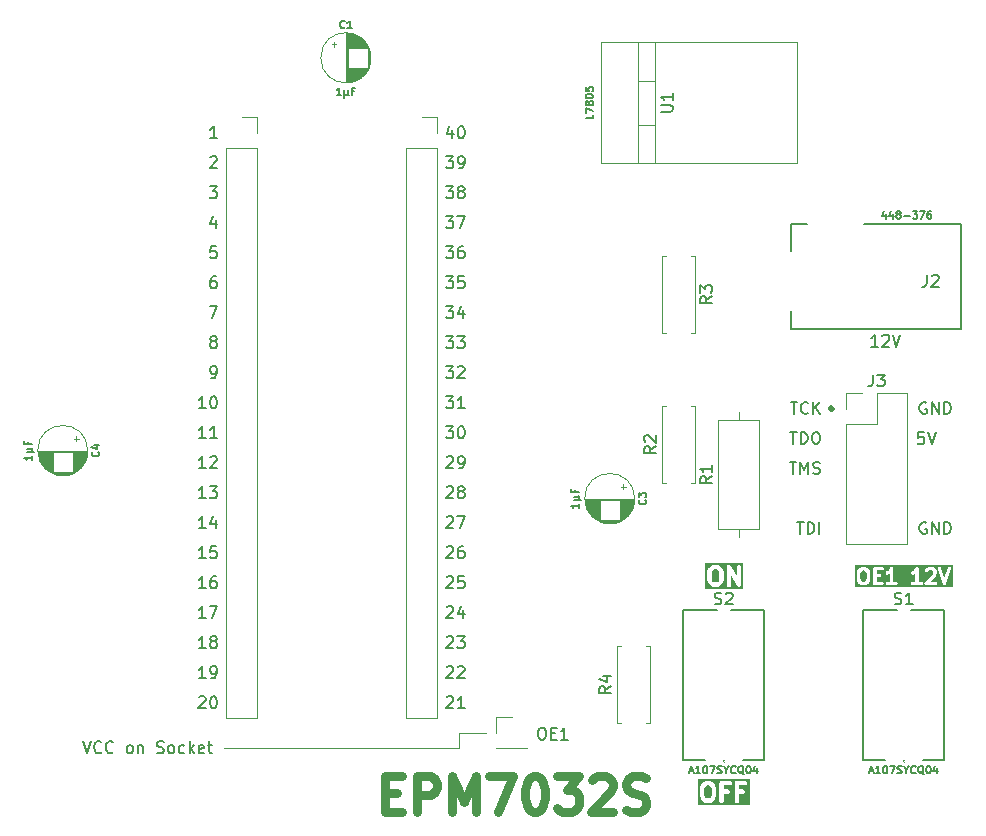
<source format=gto>
%TF.GenerationSoftware,KiCad,Pcbnew,8.0.7*%
%TF.CreationDate,2025-03-02T11:45:57+02:00*%
%TF.ProjectId,EPM7032S Programmer,45504d37-3033-4325-9320-50726f677261,V0*%
%TF.SameCoordinates,Original*%
%TF.FileFunction,Legend,Top*%
%TF.FilePolarity,Positive*%
%FSLAX46Y46*%
G04 Gerber Fmt 4.6, Leading zero omitted, Abs format (unit mm)*
G04 Created by KiCad (PCBNEW 8.0.7) date 2025-03-02 11:45:57*
%MOMM*%
%LPD*%
G01*
G04 APERTURE LIST*
%ADD10C,0.304000*%
%ADD11C,0.200000*%
%ADD12C,0.100000*%
%ADD13C,0.375000*%
%ADD14C,0.312500*%
%ADD15C,0.750000*%
%ADD16C,0.150000*%
%ADD17C,0.120000*%
G04 APERTURE END LIST*
D10*
X52603000Y-5588000D02*
G75*
G02*
X52299000Y-5588000I-152000J0D01*
G01*
X52299000Y-5588000D02*
G75*
G02*
X52603000Y-5588000I152000J0D01*
G01*
D11*
X49541565Y-15183219D02*
X50112993Y-15183219D01*
X49827279Y-16183219D02*
X49827279Y-15183219D01*
X50446327Y-16183219D02*
X50446327Y-15183219D01*
X50446327Y-15183219D02*
X50684422Y-15183219D01*
X50684422Y-15183219D02*
X50827279Y-15230838D01*
X50827279Y-15230838D02*
X50922517Y-15326076D01*
X50922517Y-15326076D02*
X50970136Y-15421314D01*
X50970136Y-15421314D02*
X51017755Y-15611790D01*
X51017755Y-15611790D02*
X51017755Y-15754647D01*
X51017755Y-15754647D02*
X50970136Y-15945123D01*
X50970136Y-15945123D02*
X50922517Y-16040361D01*
X50922517Y-16040361D02*
X50827279Y-16135600D01*
X50827279Y-16135600D02*
X50684422Y-16183219D01*
X50684422Y-16183219D02*
X50446327Y-16183219D01*
X51446327Y-16183219D02*
X51446327Y-15183219D01*
X49017755Y-5023219D02*
X49589183Y-5023219D01*
X49303469Y-6023219D02*
X49303469Y-5023219D01*
X50493945Y-5927980D02*
X50446326Y-5975600D01*
X50446326Y-5975600D02*
X50303469Y-6023219D01*
X50303469Y-6023219D02*
X50208231Y-6023219D01*
X50208231Y-6023219D02*
X50065374Y-5975600D01*
X50065374Y-5975600D02*
X49970136Y-5880361D01*
X49970136Y-5880361D02*
X49922517Y-5785123D01*
X49922517Y-5785123D02*
X49874898Y-5594647D01*
X49874898Y-5594647D02*
X49874898Y-5451790D01*
X49874898Y-5451790D02*
X49922517Y-5261314D01*
X49922517Y-5261314D02*
X49970136Y-5166076D01*
X49970136Y-5166076D02*
X50065374Y-5070838D01*
X50065374Y-5070838D02*
X50208231Y-5023219D01*
X50208231Y-5023219D02*
X50303469Y-5023219D01*
X50303469Y-5023219D02*
X50446326Y-5070838D01*
X50446326Y-5070838D02*
X50493945Y-5118457D01*
X50922517Y-6023219D02*
X50922517Y-5023219D01*
X51493945Y-6023219D02*
X51065374Y-5451790D01*
X51493945Y-5023219D02*
X50922517Y-5594647D01*
X48922517Y-10103219D02*
X49493945Y-10103219D01*
X49208231Y-11103219D02*
X49208231Y-10103219D01*
X49827279Y-11103219D02*
X49827279Y-10103219D01*
X49827279Y-10103219D02*
X50160612Y-10817504D01*
X50160612Y-10817504D02*
X50493945Y-10103219D01*
X50493945Y-10103219D02*
X50493945Y-11103219D01*
X50922517Y-11055600D02*
X51065374Y-11103219D01*
X51065374Y-11103219D02*
X51303469Y-11103219D01*
X51303469Y-11103219D02*
X51398707Y-11055600D01*
X51398707Y-11055600D02*
X51446326Y-11007980D01*
X51446326Y-11007980D02*
X51493945Y-10912742D01*
X51493945Y-10912742D02*
X51493945Y-10817504D01*
X51493945Y-10817504D02*
X51446326Y-10722266D01*
X51446326Y-10722266D02*
X51398707Y-10674647D01*
X51398707Y-10674647D02*
X51303469Y-10627028D01*
X51303469Y-10627028D02*
X51112993Y-10579409D01*
X51112993Y-10579409D02*
X51017755Y-10531790D01*
X51017755Y-10531790D02*
X50970136Y-10484171D01*
X50970136Y-10484171D02*
X50922517Y-10388933D01*
X50922517Y-10388933D02*
X50922517Y-10293695D01*
X50922517Y-10293695D02*
X50970136Y-10198457D01*
X50970136Y-10198457D02*
X51017755Y-10150838D01*
X51017755Y-10150838D02*
X51112993Y-10103219D01*
X51112993Y-10103219D02*
X51351088Y-10103219D01*
X51351088Y-10103219D02*
X51493945Y-10150838D01*
X48970136Y-7563219D02*
X49541564Y-7563219D01*
X49255850Y-8563219D02*
X49255850Y-7563219D01*
X49874898Y-8563219D02*
X49874898Y-7563219D01*
X49874898Y-7563219D02*
X50112993Y-7563219D01*
X50112993Y-7563219D02*
X50255850Y-7610838D01*
X50255850Y-7610838D02*
X50351088Y-7706076D01*
X50351088Y-7706076D02*
X50398707Y-7801314D01*
X50398707Y-7801314D02*
X50446326Y-7991790D01*
X50446326Y-7991790D02*
X50446326Y-8134647D01*
X50446326Y-8134647D02*
X50398707Y-8325123D01*
X50398707Y-8325123D02*
X50351088Y-8420361D01*
X50351088Y-8420361D02*
X50255850Y-8515600D01*
X50255850Y-8515600D02*
X50112993Y-8563219D01*
X50112993Y-8563219D02*
X49874898Y-8563219D01*
X51065374Y-7563219D02*
X51255850Y-7563219D01*
X51255850Y-7563219D02*
X51351088Y-7610838D01*
X51351088Y-7610838D02*
X51446326Y-7706076D01*
X51446326Y-7706076D02*
X51493945Y-7896552D01*
X51493945Y-7896552D02*
X51493945Y-8229885D01*
X51493945Y-8229885D02*
X51446326Y-8420361D01*
X51446326Y-8420361D02*
X51351088Y-8515600D01*
X51351088Y-8515600D02*
X51255850Y-8563219D01*
X51255850Y-8563219D02*
X51065374Y-8563219D01*
X51065374Y-8563219D02*
X50970136Y-8515600D01*
X50970136Y-8515600D02*
X50874898Y-8420361D01*
X50874898Y-8420361D02*
X50827279Y-8229885D01*
X50827279Y-8229885D02*
X50827279Y-7896552D01*
X50827279Y-7896552D02*
X50874898Y-7706076D01*
X50874898Y-7706076D02*
X50970136Y-7610838D01*
X50970136Y-7610838D02*
X51065374Y-7563219D01*
X-10925198Y-33742219D02*
X-10591865Y-34742219D01*
X-10591865Y-34742219D02*
X-10258532Y-33742219D01*
X-9353770Y-34646980D02*
X-9401389Y-34694600D01*
X-9401389Y-34694600D02*
X-9544246Y-34742219D01*
X-9544246Y-34742219D02*
X-9639484Y-34742219D01*
X-9639484Y-34742219D02*
X-9782341Y-34694600D01*
X-9782341Y-34694600D02*
X-9877579Y-34599361D01*
X-9877579Y-34599361D02*
X-9925198Y-34504123D01*
X-9925198Y-34504123D02*
X-9972817Y-34313647D01*
X-9972817Y-34313647D02*
X-9972817Y-34170790D01*
X-9972817Y-34170790D02*
X-9925198Y-33980314D01*
X-9925198Y-33980314D02*
X-9877579Y-33885076D01*
X-9877579Y-33885076D02*
X-9782341Y-33789838D01*
X-9782341Y-33789838D02*
X-9639484Y-33742219D01*
X-9639484Y-33742219D02*
X-9544246Y-33742219D01*
X-9544246Y-33742219D02*
X-9401389Y-33789838D01*
X-9401389Y-33789838D02*
X-9353770Y-33837457D01*
X-8353770Y-34646980D02*
X-8401389Y-34694600D01*
X-8401389Y-34694600D02*
X-8544246Y-34742219D01*
X-8544246Y-34742219D02*
X-8639484Y-34742219D01*
X-8639484Y-34742219D02*
X-8782341Y-34694600D01*
X-8782341Y-34694600D02*
X-8877579Y-34599361D01*
X-8877579Y-34599361D02*
X-8925198Y-34504123D01*
X-8925198Y-34504123D02*
X-8972817Y-34313647D01*
X-8972817Y-34313647D02*
X-8972817Y-34170790D01*
X-8972817Y-34170790D02*
X-8925198Y-33980314D01*
X-8925198Y-33980314D02*
X-8877579Y-33885076D01*
X-8877579Y-33885076D02*
X-8782341Y-33789838D01*
X-8782341Y-33789838D02*
X-8639484Y-33742219D01*
X-8639484Y-33742219D02*
X-8544246Y-33742219D01*
X-8544246Y-33742219D02*
X-8401389Y-33789838D01*
X-8401389Y-33789838D02*
X-8353770Y-33837457D01*
X-7020436Y-34742219D02*
X-7115674Y-34694600D01*
X-7115674Y-34694600D02*
X-7163293Y-34646980D01*
X-7163293Y-34646980D02*
X-7210912Y-34551742D01*
X-7210912Y-34551742D02*
X-7210912Y-34266028D01*
X-7210912Y-34266028D02*
X-7163293Y-34170790D01*
X-7163293Y-34170790D02*
X-7115674Y-34123171D01*
X-7115674Y-34123171D02*
X-7020436Y-34075552D01*
X-7020436Y-34075552D02*
X-6877579Y-34075552D01*
X-6877579Y-34075552D02*
X-6782341Y-34123171D01*
X-6782341Y-34123171D02*
X-6734722Y-34170790D01*
X-6734722Y-34170790D02*
X-6687103Y-34266028D01*
X-6687103Y-34266028D02*
X-6687103Y-34551742D01*
X-6687103Y-34551742D02*
X-6734722Y-34646980D01*
X-6734722Y-34646980D02*
X-6782341Y-34694600D01*
X-6782341Y-34694600D02*
X-6877579Y-34742219D01*
X-6877579Y-34742219D02*
X-7020436Y-34742219D01*
X-6258531Y-34075552D02*
X-6258531Y-34742219D01*
X-6258531Y-34170790D02*
X-6210912Y-34123171D01*
X-6210912Y-34123171D02*
X-6115674Y-34075552D01*
X-6115674Y-34075552D02*
X-5972817Y-34075552D01*
X-5972817Y-34075552D02*
X-5877579Y-34123171D01*
X-5877579Y-34123171D02*
X-5829960Y-34218409D01*
X-5829960Y-34218409D02*
X-5829960Y-34742219D01*
X-4639483Y-34694600D02*
X-4496626Y-34742219D01*
X-4496626Y-34742219D02*
X-4258531Y-34742219D01*
X-4258531Y-34742219D02*
X-4163293Y-34694600D01*
X-4163293Y-34694600D02*
X-4115674Y-34646980D01*
X-4115674Y-34646980D02*
X-4068055Y-34551742D01*
X-4068055Y-34551742D02*
X-4068055Y-34456504D01*
X-4068055Y-34456504D02*
X-4115674Y-34361266D01*
X-4115674Y-34361266D02*
X-4163293Y-34313647D01*
X-4163293Y-34313647D02*
X-4258531Y-34266028D01*
X-4258531Y-34266028D02*
X-4449007Y-34218409D01*
X-4449007Y-34218409D02*
X-4544245Y-34170790D01*
X-4544245Y-34170790D02*
X-4591864Y-34123171D01*
X-4591864Y-34123171D02*
X-4639483Y-34027933D01*
X-4639483Y-34027933D02*
X-4639483Y-33932695D01*
X-4639483Y-33932695D02*
X-4591864Y-33837457D01*
X-4591864Y-33837457D02*
X-4544245Y-33789838D01*
X-4544245Y-33789838D02*
X-4449007Y-33742219D01*
X-4449007Y-33742219D02*
X-4210912Y-33742219D01*
X-4210912Y-33742219D02*
X-4068055Y-33789838D01*
X-3496626Y-34742219D02*
X-3591864Y-34694600D01*
X-3591864Y-34694600D02*
X-3639483Y-34646980D01*
X-3639483Y-34646980D02*
X-3687102Y-34551742D01*
X-3687102Y-34551742D02*
X-3687102Y-34266028D01*
X-3687102Y-34266028D02*
X-3639483Y-34170790D01*
X-3639483Y-34170790D02*
X-3591864Y-34123171D01*
X-3591864Y-34123171D02*
X-3496626Y-34075552D01*
X-3496626Y-34075552D02*
X-3353769Y-34075552D01*
X-3353769Y-34075552D02*
X-3258531Y-34123171D01*
X-3258531Y-34123171D02*
X-3210912Y-34170790D01*
X-3210912Y-34170790D02*
X-3163293Y-34266028D01*
X-3163293Y-34266028D02*
X-3163293Y-34551742D01*
X-3163293Y-34551742D02*
X-3210912Y-34646980D01*
X-3210912Y-34646980D02*
X-3258531Y-34694600D01*
X-3258531Y-34694600D02*
X-3353769Y-34742219D01*
X-3353769Y-34742219D02*
X-3496626Y-34742219D01*
X-2306150Y-34694600D02*
X-2401388Y-34742219D01*
X-2401388Y-34742219D02*
X-2591864Y-34742219D01*
X-2591864Y-34742219D02*
X-2687102Y-34694600D01*
X-2687102Y-34694600D02*
X-2734721Y-34646980D01*
X-2734721Y-34646980D02*
X-2782340Y-34551742D01*
X-2782340Y-34551742D02*
X-2782340Y-34266028D01*
X-2782340Y-34266028D02*
X-2734721Y-34170790D01*
X-2734721Y-34170790D02*
X-2687102Y-34123171D01*
X-2687102Y-34123171D02*
X-2591864Y-34075552D01*
X-2591864Y-34075552D02*
X-2401388Y-34075552D01*
X-2401388Y-34075552D02*
X-2306150Y-34123171D01*
X-1877578Y-34742219D02*
X-1877578Y-33742219D01*
X-1782340Y-34361266D02*
X-1496626Y-34742219D01*
X-1496626Y-34075552D02*
X-1877578Y-34456504D01*
X-687102Y-34694600D02*
X-782340Y-34742219D01*
X-782340Y-34742219D02*
X-972816Y-34742219D01*
X-972816Y-34742219D02*
X-1068054Y-34694600D01*
X-1068054Y-34694600D02*
X-1115673Y-34599361D01*
X-1115673Y-34599361D02*
X-1115673Y-34218409D01*
X-1115673Y-34218409D02*
X-1068054Y-34123171D01*
X-1068054Y-34123171D02*
X-972816Y-34075552D01*
X-972816Y-34075552D02*
X-782340Y-34075552D01*
X-782340Y-34075552D02*
X-687102Y-34123171D01*
X-687102Y-34123171D02*
X-639483Y-34218409D01*
X-639483Y-34218409D02*
X-639483Y-34313647D01*
X-639483Y-34313647D02*
X-1115673Y-34408885D01*
X-353768Y-34075552D02*
X27183Y-34075552D01*
X-210911Y-33742219D02*
X-210911Y-34599361D01*
X-210911Y-34599361D02*
X-163292Y-34694600D01*
X-163292Y-34694600D02*
X-68054Y-34742219D01*
X-68054Y-34742219D02*
X27183Y-34742219D01*
X27865149Y-32599219D02*
X28055625Y-32599219D01*
X28055625Y-32599219D02*
X28150863Y-32646838D01*
X28150863Y-32646838D02*
X28246101Y-32742076D01*
X28246101Y-32742076D02*
X28293720Y-32932552D01*
X28293720Y-32932552D02*
X28293720Y-33265885D01*
X28293720Y-33265885D02*
X28246101Y-33456361D01*
X28246101Y-33456361D02*
X28150863Y-33551600D01*
X28150863Y-33551600D02*
X28055625Y-33599219D01*
X28055625Y-33599219D02*
X27865149Y-33599219D01*
X27865149Y-33599219D02*
X27769911Y-33551600D01*
X27769911Y-33551600D02*
X27674673Y-33456361D01*
X27674673Y-33456361D02*
X27627054Y-33265885D01*
X27627054Y-33265885D02*
X27627054Y-32932552D01*
X27627054Y-32932552D02*
X27674673Y-32742076D01*
X27674673Y-32742076D02*
X27769911Y-32646838D01*
X27769911Y-32646838D02*
X27865149Y-32599219D01*
X28722292Y-33075409D02*
X29055625Y-33075409D01*
X29198482Y-33599219D02*
X28722292Y-33599219D01*
X28722292Y-33599219D02*
X28722292Y-32599219D01*
X28722292Y-32599219D02*
X29198482Y-32599219D01*
X30150863Y-33599219D02*
X29579435Y-33599219D01*
X29865149Y-33599219D02*
X29865149Y-32599219D01*
X29865149Y-32599219D02*
X29769911Y-32742076D01*
X29769911Y-32742076D02*
X29674673Y-32837314D01*
X29674673Y-32837314D02*
X29579435Y-32884933D01*
D12*
X20955000Y-34290000D02*
X1016000Y-34290000D01*
X20955000Y-33020000D02*
X20955000Y-34290000D01*
X23241000Y-33020000D02*
X20955000Y-33020000D01*
D13*
G36*
X42822930Y-19211953D02*
G01*
X42907549Y-19296573D01*
X42960785Y-19509511D01*
X42960785Y-19963344D01*
X42907549Y-20176283D01*
X42822930Y-20260902D01*
X42746880Y-20298928D01*
X42549690Y-20298928D01*
X42473639Y-20260902D01*
X42389018Y-20176282D01*
X42335785Y-19963345D01*
X42335785Y-19509510D01*
X42389019Y-19296573D01*
X42473637Y-19211954D01*
X42549691Y-19173928D01*
X42746879Y-19173928D01*
X42822930Y-19211953D01*
G37*
G36*
X45023285Y-20861428D02*
G01*
X41773285Y-20861428D01*
X41773285Y-19486428D01*
X41960785Y-19486428D01*
X41960785Y-19986428D01*
X41961413Y-19992809D01*
X41961007Y-19995542D01*
X41963031Y-20009233D01*
X41964388Y-20023007D01*
X41965445Y-20025558D01*
X41966383Y-20031903D01*
X42037811Y-20317617D01*
X42050178Y-20352230D01*
X42058477Y-20363432D01*
X42063813Y-20376312D01*
X42087130Y-20404725D01*
X42229989Y-20547583D01*
X42244369Y-20559384D01*
X42247613Y-20563124D01*
X42253252Y-20566673D01*
X42258402Y-20570900D01*
X42262974Y-20572794D01*
X42278719Y-20582705D01*
X42421576Y-20654133D01*
X42455905Y-20667269D01*
X42462624Y-20667746D01*
X42468849Y-20670325D01*
X42505428Y-20673928D01*
X42791142Y-20673928D01*
X42827721Y-20670325D01*
X42833945Y-20667746D01*
X42840665Y-20667269D01*
X42874994Y-20654133D01*
X43017851Y-20582705D01*
X43033593Y-20572795D01*
X43038169Y-20570900D01*
X43043321Y-20566671D01*
X43048957Y-20563124D01*
X43052199Y-20559385D01*
X43066582Y-20547582D01*
X43209439Y-20404724D01*
X43232756Y-20376311D01*
X43238090Y-20363432D01*
X43246390Y-20352231D01*
X43258758Y-20317618D01*
X43330187Y-20031904D01*
X43331125Y-20025558D01*
X43332182Y-20023007D01*
X43333538Y-20009236D01*
X43335563Y-19995543D01*
X43335156Y-19992810D01*
X43335785Y-19986428D01*
X43335785Y-19486428D01*
X43335156Y-19480045D01*
X43335563Y-19477313D01*
X43333538Y-19463619D01*
X43332182Y-19449849D01*
X43331125Y-19447297D01*
X43330187Y-19440952D01*
X43258758Y-19155238D01*
X43246390Y-19120625D01*
X43238091Y-19109424D01*
X43232756Y-19096544D01*
X43209438Y-19068131D01*
X43127736Y-18986428D01*
X43603642Y-18986428D01*
X43603642Y-20486428D01*
X43607245Y-20523007D01*
X43635241Y-20590597D01*
X43686973Y-20642329D01*
X43754563Y-20670325D01*
X43827721Y-20670325D01*
X43895311Y-20642329D01*
X43947043Y-20590597D01*
X43975039Y-20523007D01*
X43978642Y-20486428D01*
X43978642Y-19692471D01*
X44485490Y-20579454D01*
X44490960Y-20587160D01*
X44492384Y-20590597D01*
X44495885Y-20594098D01*
X44506766Y-20609426D01*
X44526482Y-20624695D01*
X44544116Y-20642329D01*
X44555156Y-20646901D01*
X44564607Y-20654221D01*
X44588671Y-20660784D01*
X44611706Y-20670325D01*
X44623655Y-20670325D01*
X44635190Y-20673471D01*
X44659935Y-20670325D01*
X44684864Y-20670325D01*
X44695905Y-20665751D01*
X44707764Y-20664244D01*
X44729415Y-20651871D01*
X44752454Y-20642329D01*
X44760906Y-20633876D01*
X44771283Y-20627947D01*
X44786552Y-20608230D01*
X44804186Y-20590597D01*
X44808758Y-20579556D01*
X44816078Y-20570106D01*
X44822640Y-20546042D01*
X44832182Y-20523007D01*
X44834024Y-20504299D01*
X44835327Y-20499524D01*
X44834858Y-20495836D01*
X44835785Y-20486428D01*
X44835785Y-18986428D01*
X44832182Y-18949849D01*
X44804186Y-18882259D01*
X44752454Y-18830527D01*
X44684864Y-18802531D01*
X44611706Y-18802531D01*
X44544116Y-18830527D01*
X44492384Y-18882259D01*
X44464388Y-18949849D01*
X44460785Y-18986428D01*
X44460785Y-19780384D01*
X43953938Y-18893402D01*
X43948465Y-18885692D01*
X43947043Y-18882259D01*
X43943542Y-18878758D01*
X43932661Y-18863430D01*
X43912944Y-18848160D01*
X43895311Y-18830527D01*
X43884270Y-18825954D01*
X43874820Y-18818635D01*
X43850757Y-18812072D01*
X43827721Y-18802531D01*
X43815769Y-18802531D01*
X43804237Y-18799386D01*
X43779498Y-18802531D01*
X43754563Y-18802531D01*
X43743521Y-18807104D01*
X43731663Y-18808612D01*
X43710011Y-18820984D01*
X43686973Y-18830527D01*
X43678520Y-18838979D01*
X43668144Y-18844909D01*
X43652874Y-18864625D01*
X43635241Y-18882259D01*
X43630668Y-18893299D01*
X43623349Y-18902750D01*
X43616786Y-18926812D01*
X43607245Y-18949849D01*
X43605402Y-18968558D01*
X43604100Y-18973333D01*
X43604568Y-18977019D01*
X43603642Y-18986428D01*
X43127736Y-18986428D01*
X43066582Y-18925274D01*
X43052201Y-18913472D01*
X43048958Y-18909733D01*
X43043318Y-18906183D01*
X43038169Y-18901957D01*
X43033596Y-18900062D01*
X43017852Y-18890152D01*
X42874995Y-18818723D01*
X42840666Y-18805587D01*
X42833945Y-18805109D01*
X42827721Y-18802531D01*
X42791142Y-18798928D01*
X42505428Y-18798928D01*
X42468849Y-18802531D01*
X42462624Y-18805109D01*
X42455903Y-18805587D01*
X42421575Y-18818723D01*
X42278718Y-18890152D01*
X42262971Y-18900064D01*
X42258402Y-18901957D01*
X42253255Y-18906180D01*
X42247612Y-18909733D01*
X42244366Y-18913475D01*
X42229989Y-18925274D01*
X42087131Y-19068131D01*
X42063813Y-19096544D01*
X42058477Y-19109424D01*
X42050178Y-19120626D01*
X42037811Y-19155239D01*
X41966383Y-19440953D01*
X41965445Y-19447297D01*
X41964388Y-19449849D01*
X41963031Y-19463622D01*
X41961007Y-19477314D01*
X41961413Y-19480046D01*
X41960785Y-19486428D01*
X41773285Y-19486428D01*
X41773285Y-18611428D01*
X45023285Y-18611428D01*
X45023285Y-20861428D01*
G37*
G36*
X42195931Y-37499953D02*
G01*
X42280550Y-37584573D01*
X42333786Y-37797511D01*
X42333786Y-38251344D01*
X42280550Y-38464283D01*
X42195931Y-38548902D01*
X42119881Y-38586928D01*
X41922691Y-38586928D01*
X41846640Y-38548902D01*
X41762019Y-38464282D01*
X41708786Y-38251345D01*
X41708786Y-37797510D01*
X41762020Y-37584573D01*
X41846638Y-37499954D01*
X41922692Y-37461928D01*
X42119880Y-37461928D01*
X42195931Y-37499953D01*
G37*
G36*
X45535540Y-39149428D02*
G01*
X41146286Y-39149428D01*
X41146286Y-37774428D01*
X41333786Y-37774428D01*
X41333786Y-38274428D01*
X41334414Y-38280809D01*
X41334008Y-38283542D01*
X41336032Y-38297233D01*
X41337389Y-38311007D01*
X41338446Y-38313558D01*
X41339384Y-38319903D01*
X41410812Y-38605617D01*
X41423179Y-38640230D01*
X41431478Y-38651432D01*
X41436814Y-38664312D01*
X41460131Y-38692725D01*
X41602990Y-38835583D01*
X41617370Y-38847384D01*
X41620614Y-38851124D01*
X41626253Y-38854673D01*
X41631403Y-38858900D01*
X41635975Y-38860794D01*
X41651720Y-38870705D01*
X41794577Y-38942133D01*
X41828906Y-38955269D01*
X41835625Y-38955746D01*
X41841850Y-38958325D01*
X41878429Y-38961928D01*
X42164143Y-38961928D01*
X42200722Y-38958325D01*
X42206946Y-38955746D01*
X42213666Y-38955269D01*
X42247995Y-38942133D01*
X42390852Y-38870705D01*
X42406594Y-38860795D01*
X42411170Y-38858900D01*
X42416322Y-38854671D01*
X42421958Y-38851124D01*
X42425200Y-38847385D01*
X42439583Y-38835582D01*
X42582440Y-38692724D01*
X42605757Y-38664311D01*
X42611091Y-38651432D01*
X42619391Y-38640231D01*
X42631759Y-38605618D01*
X42703188Y-38319904D01*
X42704126Y-38313558D01*
X42705183Y-38311007D01*
X42706539Y-38297236D01*
X42708564Y-38283543D01*
X42708157Y-38280810D01*
X42708786Y-38274428D01*
X42708786Y-37774428D01*
X42708157Y-37768045D01*
X42708564Y-37765313D01*
X42706539Y-37751619D01*
X42705183Y-37737849D01*
X42704126Y-37735297D01*
X42703188Y-37728952D01*
X42631759Y-37443238D01*
X42619391Y-37408625D01*
X42611092Y-37397424D01*
X42605757Y-37384544D01*
X42582439Y-37356131D01*
X42500737Y-37274428D01*
X42976643Y-37274428D01*
X42976643Y-38774428D01*
X42980246Y-38811007D01*
X43008242Y-38878597D01*
X43059974Y-38930329D01*
X43127564Y-38958325D01*
X43200722Y-38958325D01*
X43268312Y-38930329D01*
X43320044Y-38878597D01*
X43348040Y-38811007D01*
X43351643Y-38774428D01*
X43351643Y-38176214D01*
X43664143Y-38176214D01*
X43700722Y-38172611D01*
X43768312Y-38144615D01*
X43820044Y-38092883D01*
X43848040Y-38025293D01*
X43848040Y-37952135D01*
X43820044Y-37884545D01*
X43768312Y-37832813D01*
X43700722Y-37804817D01*
X43664143Y-37801214D01*
X43351643Y-37801214D01*
X43351643Y-37461928D01*
X43878429Y-37461928D01*
X43915008Y-37458325D01*
X43982598Y-37430329D01*
X44034330Y-37378597D01*
X44062326Y-37311007D01*
X44062326Y-37274428D01*
X44262357Y-37274428D01*
X44262357Y-38774428D01*
X44265960Y-38811007D01*
X44293956Y-38878597D01*
X44345688Y-38930329D01*
X44413278Y-38958325D01*
X44486436Y-38958325D01*
X44554026Y-38930329D01*
X44605758Y-38878597D01*
X44633754Y-38811007D01*
X44637357Y-38774428D01*
X44637357Y-38176214D01*
X44949857Y-38176214D01*
X44986436Y-38172611D01*
X45054026Y-38144615D01*
X45105758Y-38092883D01*
X45133754Y-38025293D01*
X45133754Y-37952135D01*
X45105758Y-37884545D01*
X45054026Y-37832813D01*
X44986436Y-37804817D01*
X44949857Y-37801214D01*
X44637357Y-37801214D01*
X44637357Y-37461928D01*
X45164143Y-37461928D01*
X45200722Y-37458325D01*
X45268312Y-37430329D01*
X45320044Y-37378597D01*
X45348040Y-37311007D01*
X45348040Y-37237849D01*
X45320044Y-37170259D01*
X45268312Y-37118527D01*
X45200722Y-37090531D01*
X45164143Y-37086928D01*
X44449857Y-37086928D01*
X44413278Y-37090531D01*
X44345688Y-37118527D01*
X44293956Y-37170259D01*
X44265960Y-37237849D01*
X44262357Y-37274428D01*
X44062326Y-37274428D01*
X44062326Y-37237849D01*
X44034330Y-37170259D01*
X43982598Y-37118527D01*
X43915008Y-37090531D01*
X43878429Y-37086928D01*
X43164143Y-37086928D01*
X43127564Y-37090531D01*
X43059974Y-37118527D01*
X43008242Y-37170259D01*
X42980246Y-37237849D01*
X42976643Y-37274428D01*
X42500737Y-37274428D01*
X42439583Y-37213274D01*
X42425202Y-37201472D01*
X42421959Y-37197733D01*
X42416319Y-37194183D01*
X42411170Y-37189957D01*
X42406597Y-37188062D01*
X42390853Y-37178152D01*
X42247996Y-37106723D01*
X42213667Y-37093587D01*
X42206946Y-37093109D01*
X42200722Y-37090531D01*
X42164143Y-37086928D01*
X41878429Y-37086928D01*
X41841850Y-37090531D01*
X41835625Y-37093109D01*
X41828904Y-37093587D01*
X41794576Y-37106723D01*
X41651719Y-37178152D01*
X41635972Y-37188064D01*
X41631403Y-37189957D01*
X41626256Y-37194180D01*
X41620613Y-37197733D01*
X41617367Y-37201475D01*
X41602990Y-37213274D01*
X41460132Y-37356131D01*
X41436814Y-37384544D01*
X41431478Y-37397424D01*
X41423179Y-37408626D01*
X41410812Y-37443239D01*
X41339384Y-37728953D01*
X41338446Y-37735297D01*
X41337389Y-37737849D01*
X41336032Y-37751622D01*
X41334008Y-37765314D01*
X41334414Y-37768046D01*
X41333786Y-37774428D01*
X41146286Y-37774428D01*
X41146286Y-36899428D01*
X45535540Y-36899428D01*
X45535540Y-39149428D01*
G37*
D14*
G36*
X55329442Y-19311960D02*
G01*
X55399958Y-19382477D01*
X55444321Y-19559927D01*
X55444321Y-19938120D01*
X55399958Y-20115569D01*
X55329444Y-20186084D01*
X55266067Y-20217773D01*
X55101742Y-20217773D01*
X55038364Y-20186084D01*
X54967850Y-20115569D01*
X54923488Y-19938120D01*
X54923488Y-19559926D01*
X54967850Y-19382477D01*
X55038366Y-19311960D01*
X55101742Y-19280273D01*
X55266067Y-19280273D01*
X55329442Y-19311960D01*
G37*
G36*
X62757081Y-20686523D02*
G01*
X54454738Y-20686523D01*
X54454738Y-19540690D01*
X54610988Y-19540690D01*
X54610988Y-19957357D01*
X54611511Y-19962671D01*
X54611172Y-19964952D01*
X54612860Y-19976367D01*
X54613990Y-19987840D01*
X54614871Y-19989967D01*
X54615653Y-19995253D01*
X54675177Y-20233349D01*
X54685483Y-20262193D01*
X54692398Y-20271526D01*
X54696844Y-20282259D01*
X54716276Y-20305937D01*
X54835323Y-20424985D01*
X54847305Y-20434818D01*
X54850010Y-20437937D01*
X54854710Y-20440895D01*
X54859001Y-20444417D01*
X54862811Y-20445995D01*
X54875933Y-20454255D01*
X54994981Y-20513778D01*
X55023588Y-20524725D01*
X55029188Y-20525122D01*
X55034374Y-20527271D01*
X55064857Y-20530273D01*
X55302952Y-20530273D01*
X55333435Y-20527271D01*
X55338620Y-20525122D01*
X55344221Y-20524725D01*
X55372828Y-20513778D01*
X55491876Y-20454255D01*
X55504996Y-20445996D01*
X55508809Y-20444417D01*
X55513100Y-20440894D01*
X55517798Y-20437938D01*
X55520501Y-20434820D01*
X55532486Y-20424985D01*
X55651533Y-20305937D01*
X55670965Y-20282259D01*
X55675410Y-20271526D01*
X55682326Y-20262193D01*
X55692632Y-20233348D01*
X55752156Y-19995253D01*
X55752937Y-19989967D01*
X55753819Y-19987840D01*
X55754948Y-19976367D01*
X55756637Y-19964952D01*
X55756297Y-19962671D01*
X55756821Y-19957357D01*
X55756821Y-19540690D01*
X55756297Y-19535375D01*
X55756637Y-19533095D01*
X55754948Y-19521679D01*
X55753819Y-19510207D01*
X55752937Y-19508079D01*
X55752156Y-19502794D01*
X55692632Y-19264699D01*
X55682326Y-19235854D01*
X55675410Y-19226520D01*
X55670965Y-19215788D01*
X55651533Y-19192110D01*
X55583447Y-19124023D01*
X55980036Y-19124023D01*
X55980036Y-20374023D01*
X55983038Y-20404506D01*
X56006369Y-20460831D01*
X56049478Y-20503940D01*
X56105803Y-20527271D01*
X56136286Y-20530273D01*
X56731524Y-20530273D01*
X56762007Y-20527271D01*
X56818332Y-20503940D01*
X56861441Y-20460831D01*
X56884772Y-20404506D01*
X56884772Y-20343540D01*
X56861441Y-20287215D01*
X56818332Y-20244106D01*
X56762007Y-20220775D01*
X56731524Y-20217773D01*
X56292536Y-20217773D01*
X56292536Y-19875511D01*
X56552952Y-19875511D01*
X56583435Y-19872509D01*
X56639760Y-19849178D01*
X56682869Y-19806069D01*
X56706200Y-19749744D01*
X56706200Y-19688778D01*
X56682869Y-19632453D01*
X56639760Y-19589344D01*
X56583435Y-19566013D01*
X56552952Y-19563011D01*
X56292536Y-19563011D01*
X56292536Y-19461624D01*
X57052691Y-19461624D01*
X57057013Y-19522436D01*
X57084278Y-19576966D01*
X57130335Y-19616910D01*
X57188172Y-19636189D01*
X57248984Y-19631867D01*
X57277592Y-19620920D01*
X57396639Y-19561396D01*
X57408607Y-19553862D01*
X57408607Y-20217773D01*
X57207714Y-20217773D01*
X57177231Y-20220775D01*
X57120906Y-20244106D01*
X57077797Y-20287215D01*
X57054466Y-20343540D01*
X57054466Y-20404506D01*
X57077797Y-20460831D01*
X57120906Y-20503940D01*
X57177231Y-20527271D01*
X57207714Y-20530273D01*
X57921999Y-20530273D01*
X57952482Y-20527271D01*
X58008807Y-20503940D01*
X58051916Y-20460831D01*
X58075247Y-20404506D01*
X58075247Y-20343540D01*
X58051916Y-20287215D01*
X58008807Y-20244106D01*
X57952482Y-20220775D01*
X57921999Y-20217773D01*
X57721107Y-20217773D01*
X57721107Y-19461624D01*
X59195548Y-19461624D01*
X59199870Y-19522436D01*
X59227135Y-19576966D01*
X59273192Y-19616910D01*
X59331029Y-19636189D01*
X59391841Y-19631867D01*
X59420449Y-19620920D01*
X59539496Y-19561396D01*
X59551464Y-19553862D01*
X59551464Y-20217773D01*
X59350571Y-20217773D01*
X59320088Y-20220775D01*
X59263763Y-20244106D01*
X59220654Y-20287215D01*
X59197323Y-20343540D01*
X59197323Y-20404506D01*
X59220654Y-20460831D01*
X59263763Y-20503940D01*
X59320088Y-20527271D01*
X59350571Y-20530273D01*
X60064856Y-20530273D01*
X60095339Y-20527271D01*
X60151664Y-20503940D01*
X60194773Y-20460831D01*
X60218104Y-20404506D01*
X60218104Y-20343540D01*
X60328275Y-20343540D01*
X60328275Y-20404506D01*
X60351606Y-20460831D01*
X60394715Y-20503940D01*
X60451040Y-20527271D01*
X60481523Y-20530273D01*
X61255332Y-20530273D01*
X61285815Y-20527271D01*
X61342140Y-20503940D01*
X61385249Y-20460831D01*
X61408580Y-20404506D01*
X61408580Y-20343540D01*
X61385249Y-20287215D01*
X61342140Y-20244106D01*
X61285815Y-20220775D01*
X61255332Y-20217773D01*
X60858744Y-20217773D01*
X61306294Y-19770224D01*
X61325726Y-19746546D01*
X61327874Y-19741359D01*
X61331554Y-19737117D01*
X61344041Y-19709148D01*
X61403564Y-19530576D01*
X61407000Y-19515462D01*
X61408580Y-19511649D01*
X61409124Y-19506119D01*
X61410355Y-19500708D01*
X61410062Y-19496594D01*
X61411582Y-19481166D01*
X61411582Y-19362119D01*
X61408580Y-19331636D01*
X61406431Y-19326450D01*
X61406034Y-19320850D01*
X61395087Y-19292243D01*
X61335564Y-19173195D01*
X61327307Y-19160078D01*
X61325727Y-19156263D01*
X61322202Y-19151967D01*
X61319246Y-19147272D01*
X61316130Y-19144569D01*
X61315307Y-19143566D01*
X61457452Y-19143566D01*
X61464243Y-19173434D01*
X61880910Y-20423434D01*
X61893398Y-20451403D01*
X61900712Y-20459836D01*
X61905705Y-20469822D01*
X61920506Y-20482658D01*
X61933343Y-20497460D01*
X61943328Y-20502452D01*
X61951762Y-20509767D01*
X61970348Y-20515962D01*
X61987872Y-20524724D01*
X61999008Y-20525515D01*
X62009600Y-20529046D01*
X62029137Y-20527657D01*
X62048685Y-20529047D01*
X62059279Y-20525515D01*
X62070412Y-20524724D01*
X62087933Y-20515963D01*
X62106522Y-20509767D01*
X62114955Y-20502452D01*
X62124941Y-20497460D01*
X62137777Y-20482658D01*
X62152579Y-20469822D01*
X62157571Y-20459836D01*
X62164886Y-20451403D01*
X62177374Y-20423434D01*
X62594040Y-19173434D01*
X62600831Y-19143566D01*
X62596509Y-19082753D01*
X62569244Y-19028224D01*
X62523188Y-18988279D01*
X62465350Y-18969000D01*
X62404538Y-18973322D01*
X62350009Y-19000587D01*
X62310064Y-19046644D01*
X62297576Y-19074613D01*
X62029141Y-19879916D01*
X61760707Y-19074612D01*
X61748219Y-19046643D01*
X61708274Y-19000586D01*
X61653745Y-18973322D01*
X61592932Y-18969000D01*
X61535095Y-18988279D01*
X61489038Y-19028224D01*
X61461774Y-19082753D01*
X61457452Y-19143566D01*
X61315307Y-19143566D01*
X61306295Y-19132586D01*
X61246770Y-19073062D01*
X61234792Y-19063231D01*
X61232085Y-19060110D01*
X61227380Y-19057148D01*
X61223093Y-19053630D01*
X61219282Y-19052051D01*
X61206162Y-19043793D01*
X61087114Y-18984269D01*
X61058507Y-18973321D01*
X61052905Y-18972923D01*
X61047720Y-18970775D01*
X61017237Y-18967773D01*
X60719618Y-18967773D01*
X60689135Y-18970775D01*
X60683949Y-18972922D01*
X60678348Y-18973321D01*
X60649741Y-18984269D01*
X60530693Y-19043793D01*
X60517578Y-19052048D01*
X60513763Y-19053629D01*
X60509466Y-19057155D01*
X60504771Y-19060111D01*
X60502069Y-19063226D01*
X60490086Y-19073061D01*
X60430562Y-19132586D01*
X60411130Y-19156263D01*
X60387799Y-19212588D01*
X60387799Y-19273554D01*
X60411130Y-19329879D01*
X60454239Y-19372988D01*
X60510564Y-19396319D01*
X60571530Y-19396319D01*
X60627855Y-19372988D01*
X60651532Y-19353556D01*
X60693126Y-19311962D01*
X60756504Y-19280273D01*
X60980352Y-19280273D01*
X61043729Y-19311961D01*
X61067393Y-19335626D01*
X61099082Y-19399004D01*
X61099082Y-19455810D01*
X61059241Y-19575334D01*
X60371038Y-20263537D01*
X60351606Y-20287215D01*
X60328275Y-20343540D01*
X60218104Y-20343540D01*
X60194773Y-20287215D01*
X60151664Y-20244106D01*
X60095339Y-20220775D01*
X60064856Y-20217773D01*
X59863964Y-20217773D01*
X59863964Y-19124023D01*
X59863953Y-19123913D01*
X59863964Y-19123859D01*
X59863932Y-19123699D01*
X59860962Y-19093540D01*
X59855041Y-19079247D01*
X59852008Y-19064078D01*
X59843489Y-19051357D01*
X59837631Y-19037215D01*
X59826692Y-19026276D01*
X59818084Y-19013422D01*
X59805346Y-19004930D01*
X59794522Y-18994106D01*
X59780229Y-18988185D01*
X59767357Y-18979604D01*
X59752340Y-18976633D01*
X59738197Y-18970775D01*
X59722725Y-18970775D01*
X59707550Y-18967773D01*
X59692540Y-18970775D01*
X59677231Y-18970775D01*
X59662938Y-18976695D01*
X59647769Y-18979729D01*
X59635048Y-18988247D01*
X59620906Y-18994106D01*
X59609967Y-19005044D01*
X59597113Y-19013653D01*
X59577909Y-19037102D01*
X59577797Y-19037215D01*
X59577776Y-19037265D01*
X59577706Y-19037351D01*
X59467240Y-19203049D01*
X59377061Y-19293227D01*
X59280693Y-19341412D01*
X59254771Y-19357730D01*
X59214827Y-19403787D01*
X59195548Y-19461624D01*
X57721107Y-19461624D01*
X57721107Y-19124023D01*
X57721096Y-19123913D01*
X57721107Y-19123859D01*
X57721075Y-19123699D01*
X57718105Y-19093540D01*
X57712184Y-19079247D01*
X57709151Y-19064078D01*
X57700632Y-19051357D01*
X57694774Y-19037215D01*
X57683835Y-19026276D01*
X57675227Y-19013422D01*
X57662489Y-19004930D01*
X57651665Y-18994106D01*
X57637372Y-18988185D01*
X57624500Y-18979604D01*
X57609483Y-18976633D01*
X57595340Y-18970775D01*
X57579868Y-18970775D01*
X57564693Y-18967773D01*
X57549683Y-18970775D01*
X57534374Y-18970775D01*
X57520081Y-18976695D01*
X57504912Y-18979729D01*
X57492191Y-18988247D01*
X57478049Y-18994106D01*
X57467110Y-19005044D01*
X57454256Y-19013653D01*
X57435052Y-19037102D01*
X57434940Y-19037215D01*
X57434919Y-19037265D01*
X57434849Y-19037351D01*
X57324383Y-19203049D01*
X57234204Y-19293227D01*
X57137836Y-19341412D01*
X57111914Y-19357730D01*
X57071970Y-19403787D01*
X57052691Y-19461624D01*
X56292536Y-19461624D01*
X56292536Y-19280273D01*
X56731524Y-19280273D01*
X56762007Y-19277271D01*
X56818332Y-19253940D01*
X56861441Y-19210831D01*
X56884772Y-19154506D01*
X56884772Y-19093540D01*
X56861441Y-19037215D01*
X56818332Y-18994106D01*
X56762007Y-18970775D01*
X56731524Y-18967773D01*
X56136286Y-18967773D01*
X56105803Y-18970775D01*
X56049478Y-18994106D01*
X56006369Y-19037215D01*
X55983038Y-19093540D01*
X55980036Y-19124023D01*
X55583447Y-19124023D01*
X55532486Y-19073062D01*
X55520505Y-19063229D01*
X55517800Y-19060110D01*
X55513099Y-19057151D01*
X55508809Y-19053630D01*
X55504995Y-19052050D01*
X55491877Y-19043793D01*
X55372829Y-18984269D01*
X55344222Y-18973321D01*
X55338620Y-18972923D01*
X55333435Y-18970775D01*
X55302952Y-18967773D01*
X55064857Y-18967773D01*
X55034374Y-18970775D01*
X55029188Y-18972923D01*
X55023587Y-18973321D01*
X54994980Y-18984269D01*
X54875932Y-19043793D01*
X54862812Y-19052051D01*
X54859001Y-19053630D01*
X54854710Y-19057151D01*
X54850010Y-19060110D01*
X54847305Y-19063228D01*
X54835323Y-19073062D01*
X54716276Y-19192110D01*
X54696844Y-19215788D01*
X54692398Y-19226520D01*
X54685483Y-19235854D01*
X54675177Y-19264698D01*
X54615653Y-19502794D01*
X54614871Y-19508079D01*
X54613990Y-19510207D01*
X54612860Y-19521679D01*
X54611172Y-19533095D01*
X54611511Y-19535375D01*
X54610988Y-19540690D01*
X54454738Y-19540690D01*
X54454738Y-18811523D01*
X62757081Y-18811523D01*
X62757081Y-20686523D01*
G37*
D11*
X19832435Y-1992219D02*
X20451482Y-1992219D01*
X20451482Y-1992219D02*
X20118149Y-2373171D01*
X20118149Y-2373171D02*
X20261006Y-2373171D01*
X20261006Y-2373171D02*
X20356244Y-2420790D01*
X20356244Y-2420790D02*
X20403863Y-2468409D01*
X20403863Y-2468409D02*
X20451482Y-2563647D01*
X20451482Y-2563647D02*
X20451482Y-2801742D01*
X20451482Y-2801742D02*
X20403863Y-2896980D01*
X20403863Y-2896980D02*
X20356244Y-2944600D01*
X20356244Y-2944600D02*
X20261006Y-2992219D01*
X20261006Y-2992219D02*
X19975292Y-2992219D01*
X19975292Y-2992219D02*
X19880054Y-2944600D01*
X19880054Y-2944600D02*
X19832435Y-2896980D01*
X20832435Y-2087457D02*
X20880054Y-2039838D01*
X20880054Y-2039838D02*
X20975292Y-1992219D01*
X20975292Y-1992219D02*
X21213387Y-1992219D01*
X21213387Y-1992219D02*
X21308625Y-2039838D01*
X21308625Y-2039838D02*
X21356244Y-2087457D01*
X21356244Y-2087457D02*
X21403863Y-2182695D01*
X21403863Y-2182695D02*
X21403863Y-2277933D01*
X21403863Y-2277933D02*
X21356244Y-2420790D01*
X21356244Y-2420790D02*
X20784816Y-2992219D01*
X20784816Y-2992219D02*
X21403863Y-2992219D01*
X19832435Y-7072219D02*
X20451482Y-7072219D01*
X20451482Y-7072219D02*
X20118149Y-7453171D01*
X20118149Y-7453171D02*
X20261006Y-7453171D01*
X20261006Y-7453171D02*
X20356244Y-7500790D01*
X20356244Y-7500790D02*
X20403863Y-7548409D01*
X20403863Y-7548409D02*
X20451482Y-7643647D01*
X20451482Y-7643647D02*
X20451482Y-7881742D01*
X20451482Y-7881742D02*
X20403863Y-7976980D01*
X20403863Y-7976980D02*
X20356244Y-8024600D01*
X20356244Y-8024600D02*
X20261006Y-8072219D01*
X20261006Y-8072219D02*
X19975292Y-8072219D01*
X19975292Y-8072219D02*
X19880054Y-8024600D01*
X19880054Y-8024600D02*
X19832435Y-7976980D01*
X21070530Y-7072219D02*
X21165768Y-7072219D01*
X21165768Y-7072219D02*
X21261006Y-7119838D01*
X21261006Y-7119838D02*
X21308625Y-7167457D01*
X21308625Y-7167457D02*
X21356244Y-7262695D01*
X21356244Y-7262695D02*
X21403863Y-7453171D01*
X21403863Y-7453171D02*
X21403863Y-7691266D01*
X21403863Y-7691266D02*
X21356244Y-7881742D01*
X21356244Y-7881742D02*
X21308625Y-7976980D01*
X21308625Y-7976980D02*
X21261006Y-8024600D01*
X21261006Y-8024600D02*
X21165768Y-8072219D01*
X21165768Y-8072219D02*
X21070530Y-8072219D01*
X21070530Y-8072219D02*
X20975292Y-8024600D01*
X20975292Y-8024600D02*
X20927673Y-7976980D01*
X20927673Y-7976980D02*
X20880054Y-7881742D01*
X20880054Y-7881742D02*
X20832435Y-7691266D01*
X20832435Y-7691266D02*
X20832435Y-7453171D01*
X20832435Y-7453171D02*
X20880054Y-7262695D01*
X20880054Y-7262695D02*
X20927673Y-7167457D01*
X20927673Y-7167457D02*
X20975292Y-7119838D01*
X20975292Y-7119838D02*
X21070530Y-7072219D01*
X-512435Y-20772219D02*
X-1083863Y-20772219D01*
X-798149Y-20772219D02*
X-798149Y-19772219D01*
X-798149Y-19772219D02*
X-893387Y-19915076D01*
X-893387Y-19915076D02*
X-988625Y-20010314D01*
X-988625Y-20010314D02*
X-1083863Y-20057933D01*
X344707Y-19772219D02*
X154231Y-19772219D01*
X154231Y-19772219D02*
X58993Y-19819838D01*
X58993Y-19819838D02*
X11374Y-19867457D01*
X11374Y-19867457D02*
X-83863Y-20010314D01*
X-83863Y-20010314D02*
X-131482Y-20200790D01*
X-131482Y-20200790D02*
X-131482Y-20581742D01*
X-131482Y-20581742D02*
X-83863Y-20676980D01*
X-83863Y-20676980D02*
X-36244Y-20724600D01*
X-36244Y-20724600D02*
X58993Y-20772219D01*
X58993Y-20772219D02*
X249469Y-20772219D01*
X249469Y-20772219D02*
X344707Y-20724600D01*
X344707Y-20724600D02*
X392326Y-20676980D01*
X392326Y-20676980D02*
X439945Y-20581742D01*
X439945Y-20581742D02*
X439945Y-20343647D01*
X439945Y-20343647D02*
X392326Y-20248409D01*
X392326Y-20248409D02*
X344707Y-20200790D01*
X344707Y-20200790D02*
X249469Y-20153171D01*
X249469Y-20153171D02*
X58993Y-20153171D01*
X58993Y-20153171D02*
X-36244Y-20200790D01*
X-36244Y-20200790D02*
X-83863Y-20248409D01*
X-83863Y-20248409D02*
X-131482Y-20343647D01*
X344707Y5627780D02*
X154231Y5627780D01*
X154231Y5627780D02*
X58993Y5580161D01*
X58993Y5580161D02*
X11374Y5532542D01*
X11374Y5532542D02*
X-83863Y5389685D01*
X-83863Y5389685D02*
X-131482Y5199209D01*
X-131482Y5199209D02*
X-131482Y4818257D01*
X-131482Y4818257D02*
X-83863Y4723019D01*
X-83863Y4723019D02*
X-36244Y4675400D01*
X-36244Y4675400D02*
X58993Y4627780D01*
X58993Y4627780D02*
X249469Y4627780D01*
X249469Y4627780D02*
X344707Y4675400D01*
X344707Y4675400D02*
X392326Y4723019D01*
X392326Y4723019D02*
X439945Y4818257D01*
X439945Y4818257D02*
X439945Y5056352D01*
X439945Y5056352D02*
X392326Y5151590D01*
X392326Y5151590D02*
X344707Y5199209D01*
X344707Y5199209D02*
X249469Y5246828D01*
X249469Y5246828D02*
X58993Y5246828D01*
X58993Y5246828D02*
X-36244Y5199209D01*
X-36244Y5199209D02*
X-83863Y5151590D01*
X-83863Y5151590D02*
X-131482Y5056352D01*
X19880054Y-9707457D02*
X19927673Y-9659838D01*
X19927673Y-9659838D02*
X20022911Y-9612219D01*
X20022911Y-9612219D02*
X20261006Y-9612219D01*
X20261006Y-9612219D02*
X20356244Y-9659838D01*
X20356244Y-9659838D02*
X20403863Y-9707457D01*
X20403863Y-9707457D02*
X20451482Y-9802695D01*
X20451482Y-9802695D02*
X20451482Y-9897933D01*
X20451482Y-9897933D02*
X20403863Y-10040790D01*
X20403863Y-10040790D02*
X19832435Y-10612219D01*
X19832435Y-10612219D02*
X20451482Y-10612219D01*
X20927673Y-10612219D02*
X21118149Y-10612219D01*
X21118149Y-10612219D02*
X21213387Y-10564600D01*
X21213387Y-10564600D02*
X21261006Y-10516980D01*
X21261006Y-10516980D02*
X21356244Y-10374123D01*
X21356244Y-10374123D02*
X21403863Y-10183647D01*
X21403863Y-10183647D02*
X21403863Y-9802695D01*
X21403863Y-9802695D02*
X21356244Y-9707457D01*
X21356244Y-9707457D02*
X21308625Y-9659838D01*
X21308625Y-9659838D02*
X21213387Y-9612219D01*
X21213387Y-9612219D02*
X21022911Y-9612219D01*
X21022911Y-9612219D02*
X20927673Y-9659838D01*
X20927673Y-9659838D02*
X20880054Y-9707457D01*
X20880054Y-9707457D02*
X20832435Y-9802695D01*
X20832435Y-9802695D02*
X20832435Y-10040790D01*
X20832435Y-10040790D02*
X20880054Y-10136028D01*
X20880054Y-10136028D02*
X20927673Y-10183647D01*
X20927673Y-10183647D02*
X21022911Y-10231266D01*
X21022911Y-10231266D02*
X21213387Y-10231266D01*
X21213387Y-10231266D02*
X21308625Y-10183647D01*
X21308625Y-10183647D02*
X21356244Y-10136028D01*
X21356244Y-10136028D02*
X21403863Y-10040790D01*
X19880054Y-22407457D02*
X19927673Y-22359838D01*
X19927673Y-22359838D02*
X20022911Y-22312219D01*
X20022911Y-22312219D02*
X20261006Y-22312219D01*
X20261006Y-22312219D02*
X20356244Y-22359838D01*
X20356244Y-22359838D02*
X20403863Y-22407457D01*
X20403863Y-22407457D02*
X20451482Y-22502695D01*
X20451482Y-22502695D02*
X20451482Y-22597933D01*
X20451482Y-22597933D02*
X20403863Y-22740790D01*
X20403863Y-22740790D02*
X19832435Y-23312219D01*
X19832435Y-23312219D02*
X20451482Y-23312219D01*
X21308625Y-22645552D02*
X21308625Y-23312219D01*
X21070530Y-22264600D02*
X20832435Y-22978885D01*
X20832435Y-22978885D02*
X21451482Y-22978885D01*
X19880054Y-17327457D02*
X19927673Y-17279838D01*
X19927673Y-17279838D02*
X20022911Y-17232219D01*
X20022911Y-17232219D02*
X20261006Y-17232219D01*
X20261006Y-17232219D02*
X20356244Y-17279838D01*
X20356244Y-17279838D02*
X20403863Y-17327457D01*
X20403863Y-17327457D02*
X20451482Y-17422695D01*
X20451482Y-17422695D02*
X20451482Y-17517933D01*
X20451482Y-17517933D02*
X20403863Y-17660790D01*
X20403863Y-17660790D02*
X19832435Y-18232219D01*
X19832435Y-18232219D02*
X20451482Y-18232219D01*
X21308625Y-17232219D02*
X21118149Y-17232219D01*
X21118149Y-17232219D02*
X21022911Y-17279838D01*
X21022911Y-17279838D02*
X20975292Y-17327457D01*
X20975292Y-17327457D02*
X20880054Y-17470314D01*
X20880054Y-17470314D02*
X20832435Y-17660790D01*
X20832435Y-17660790D02*
X20832435Y-18041742D01*
X20832435Y-18041742D02*
X20880054Y-18136980D01*
X20880054Y-18136980D02*
X20927673Y-18184600D01*
X20927673Y-18184600D02*
X21022911Y-18232219D01*
X21022911Y-18232219D02*
X21213387Y-18232219D01*
X21213387Y-18232219D02*
X21308625Y-18184600D01*
X21308625Y-18184600D02*
X21356244Y-18136980D01*
X21356244Y-18136980D02*
X21403863Y-18041742D01*
X21403863Y-18041742D02*
X21403863Y-17803647D01*
X21403863Y-17803647D02*
X21356244Y-17708409D01*
X21356244Y-17708409D02*
X21308625Y-17660790D01*
X21308625Y-17660790D02*
X21213387Y-17613171D01*
X21213387Y-17613171D02*
X21022911Y-17613171D01*
X21022911Y-17613171D02*
X20927673Y-17660790D01*
X20927673Y-17660790D02*
X20880054Y-17708409D01*
X20880054Y-17708409D02*
X20832435Y-17803647D01*
X-512435Y-18232219D02*
X-1083863Y-18232219D01*
X-798149Y-18232219D02*
X-798149Y-17232219D01*
X-798149Y-17232219D02*
X-893387Y-17375076D01*
X-893387Y-17375076D02*
X-988625Y-17470314D01*
X-988625Y-17470314D02*
X-1083863Y-17517933D01*
X392326Y-17232219D02*
X-83863Y-17232219D01*
X-83863Y-17232219D02*
X-131482Y-17708409D01*
X-131482Y-17708409D02*
X-83863Y-17660790D01*
X-83863Y-17660790D02*
X11374Y-17613171D01*
X11374Y-17613171D02*
X249469Y-17613171D01*
X249469Y-17613171D02*
X344707Y-17660790D01*
X344707Y-17660790D02*
X392326Y-17708409D01*
X392326Y-17708409D02*
X439945Y-17803647D01*
X439945Y-17803647D02*
X439945Y-18041742D01*
X439945Y-18041742D02*
X392326Y-18136980D01*
X392326Y-18136980D02*
X344707Y-18184600D01*
X344707Y-18184600D02*
X249469Y-18232219D01*
X249469Y-18232219D02*
X11374Y-18232219D01*
X11374Y-18232219D02*
X-83863Y-18184600D01*
X-83863Y-18184600D02*
X-131482Y-18136980D01*
X-512435Y-28392219D02*
X-1083863Y-28392219D01*
X-798149Y-28392219D02*
X-798149Y-27392219D01*
X-798149Y-27392219D02*
X-893387Y-27535076D01*
X-893387Y-27535076D02*
X-988625Y-27630314D01*
X-988625Y-27630314D02*
X-1083863Y-27677933D01*
X-36244Y-28392219D02*
X154231Y-28392219D01*
X154231Y-28392219D02*
X249469Y-28344600D01*
X249469Y-28344600D02*
X297088Y-28296980D01*
X297088Y-28296980D02*
X392326Y-28154123D01*
X392326Y-28154123D02*
X439945Y-27963647D01*
X439945Y-27963647D02*
X439945Y-27582695D01*
X439945Y-27582695D02*
X392326Y-27487457D01*
X392326Y-27487457D02*
X344707Y-27439838D01*
X344707Y-27439838D02*
X249469Y-27392219D01*
X249469Y-27392219D02*
X58993Y-27392219D01*
X58993Y-27392219D02*
X-36244Y-27439838D01*
X-36244Y-27439838D02*
X-83863Y-27487457D01*
X-83863Y-27487457D02*
X-131482Y-27582695D01*
X-131482Y-27582695D02*
X-131482Y-27820790D01*
X-131482Y-27820790D02*
X-83863Y-27916028D01*
X-83863Y-27916028D02*
X-36244Y-27963647D01*
X-36244Y-27963647D02*
X58993Y-28011266D01*
X58993Y-28011266D02*
X249469Y-28011266D01*
X249469Y-28011266D02*
X344707Y-27963647D01*
X344707Y-27963647D02*
X392326Y-27916028D01*
X392326Y-27916028D02*
X439945Y-27820790D01*
X19880054Y-30027457D02*
X19927673Y-29979838D01*
X19927673Y-29979838D02*
X20022911Y-29932219D01*
X20022911Y-29932219D02*
X20261006Y-29932219D01*
X20261006Y-29932219D02*
X20356244Y-29979838D01*
X20356244Y-29979838D02*
X20403863Y-30027457D01*
X20403863Y-30027457D02*
X20451482Y-30122695D01*
X20451482Y-30122695D02*
X20451482Y-30217933D01*
X20451482Y-30217933D02*
X20403863Y-30360790D01*
X20403863Y-30360790D02*
X19832435Y-30932219D01*
X19832435Y-30932219D02*
X20451482Y-30932219D01*
X21403863Y-30932219D02*
X20832435Y-30932219D01*
X21118149Y-30932219D02*
X21118149Y-29932219D01*
X21118149Y-29932219D02*
X21022911Y-30075076D01*
X21022911Y-30075076D02*
X20927673Y-30170314D01*
X20927673Y-30170314D02*
X20832435Y-30217933D01*
X-179101Y3087780D02*
X487564Y3087780D01*
X487564Y3087780D02*
X58993Y2087780D01*
X19880054Y-27487457D02*
X19927673Y-27439838D01*
X19927673Y-27439838D02*
X20022911Y-27392219D01*
X20022911Y-27392219D02*
X20261006Y-27392219D01*
X20261006Y-27392219D02*
X20356244Y-27439838D01*
X20356244Y-27439838D02*
X20403863Y-27487457D01*
X20403863Y-27487457D02*
X20451482Y-27582695D01*
X20451482Y-27582695D02*
X20451482Y-27677933D01*
X20451482Y-27677933D02*
X20403863Y-27820790D01*
X20403863Y-27820790D02*
X19832435Y-28392219D01*
X19832435Y-28392219D02*
X20451482Y-28392219D01*
X20832435Y-27487457D02*
X20880054Y-27439838D01*
X20880054Y-27439838D02*
X20975292Y-27392219D01*
X20975292Y-27392219D02*
X21213387Y-27392219D01*
X21213387Y-27392219D02*
X21308625Y-27439838D01*
X21308625Y-27439838D02*
X21356244Y-27487457D01*
X21356244Y-27487457D02*
X21403863Y-27582695D01*
X21403863Y-27582695D02*
X21403863Y-27677933D01*
X21403863Y-27677933D02*
X21356244Y-27820790D01*
X21356244Y-27820790D02*
X20784816Y-28392219D01*
X20784816Y-28392219D02*
X21403863Y-28392219D01*
X20356244Y17994447D02*
X20356244Y17327780D01*
X20118149Y18375400D02*
X19880054Y17661114D01*
X19880054Y17661114D02*
X20499101Y17661114D01*
X21070530Y18327780D02*
X21165768Y18327780D01*
X21165768Y18327780D02*
X21261006Y18280161D01*
X21261006Y18280161D02*
X21308625Y18232542D01*
X21308625Y18232542D02*
X21356244Y18137304D01*
X21356244Y18137304D02*
X21403863Y17946828D01*
X21403863Y17946828D02*
X21403863Y17708733D01*
X21403863Y17708733D02*
X21356244Y17518257D01*
X21356244Y17518257D02*
X21308625Y17423019D01*
X21308625Y17423019D02*
X21261006Y17375400D01*
X21261006Y17375400D02*
X21165768Y17327780D01*
X21165768Y17327780D02*
X21070530Y17327780D01*
X21070530Y17327780D02*
X20975292Y17375400D01*
X20975292Y17375400D02*
X20927673Y17423019D01*
X20927673Y17423019D02*
X20880054Y17518257D01*
X20880054Y17518257D02*
X20832435Y17708733D01*
X20832435Y17708733D02*
X20832435Y17946828D01*
X20832435Y17946828D02*
X20880054Y18137304D01*
X20880054Y18137304D02*
X20927673Y18232542D01*
X20927673Y18232542D02*
X20975292Y18280161D01*
X20975292Y18280161D02*
X21070530Y18327780D01*
X-512435Y-5532219D02*
X-1083863Y-5532219D01*
X-798149Y-5532219D02*
X-798149Y-4532219D01*
X-798149Y-4532219D02*
X-893387Y-4675076D01*
X-893387Y-4675076D02*
X-988625Y-4770314D01*
X-988625Y-4770314D02*
X-1083863Y-4817933D01*
X106612Y-4532219D02*
X201850Y-4532219D01*
X201850Y-4532219D02*
X297088Y-4579838D01*
X297088Y-4579838D02*
X344707Y-4627457D01*
X344707Y-4627457D02*
X392326Y-4722695D01*
X392326Y-4722695D02*
X439945Y-4913171D01*
X439945Y-4913171D02*
X439945Y-5151266D01*
X439945Y-5151266D02*
X392326Y-5341742D01*
X392326Y-5341742D02*
X344707Y-5436980D01*
X344707Y-5436980D02*
X297088Y-5484600D01*
X297088Y-5484600D02*
X201850Y-5532219D01*
X201850Y-5532219D02*
X106612Y-5532219D01*
X106612Y-5532219D02*
X11374Y-5484600D01*
X11374Y-5484600D02*
X-36244Y-5436980D01*
X-36244Y-5436980D02*
X-83863Y-5341742D01*
X-83863Y-5341742D02*
X-131482Y-5151266D01*
X-131482Y-5151266D02*
X-131482Y-4913171D01*
X-131482Y-4913171D02*
X-83863Y-4722695D01*
X-83863Y-4722695D02*
X-36244Y-4627457D01*
X-36244Y-4627457D02*
X11374Y-4579838D01*
X11374Y-4579838D02*
X106612Y-4532219D01*
X392326Y8167780D02*
X-83863Y8167780D01*
X-83863Y8167780D02*
X-131482Y7691590D01*
X-131482Y7691590D02*
X-83863Y7739209D01*
X-83863Y7739209D02*
X11374Y7786828D01*
X11374Y7786828D02*
X249469Y7786828D01*
X249469Y7786828D02*
X344707Y7739209D01*
X344707Y7739209D02*
X392326Y7691590D01*
X392326Y7691590D02*
X439945Y7596352D01*
X439945Y7596352D02*
X439945Y7358257D01*
X439945Y7358257D02*
X392326Y7263019D01*
X392326Y7263019D02*
X344707Y7215400D01*
X344707Y7215400D02*
X249469Y7167780D01*
X249469Y7167780D02*
X11374Y7167780D01*
X11374Y7167780D02*
X-83863Y7215400D01*
X-83863Y7215400D02*
X-131482Y7263019D01*
X-512435Y-13152219D02*
X-1083863Y-13152219D01*
X-798149Y-13152219D02*
X-798149Y-12152219D01*
X-798149Y-12152219D02*
X-893387Y-12295076D01*
X-893387Y-12295076D02*
X-988625Y-12390314D01*
X-988625Y-12390314D02*
X-1083863Y-12437933D01*
X-179101Y-12152219D02*
X439945Y-12152219D01*
X439945Y-12152219D02*
X106612Y-12533171D01*
X106612Y-12533171D02*
X249469Y-12533171D01*
X249469Y-12533171D02*
X344707Y-12580790D01*
X344707Y-12580790D02*
X392326Y-12628409D01*
X392326Y-12628409D02*
X439945Y-12723647D01*
X439945Y-12723647D02*
X439945Y-12961742D01*
X439945Y-12961742D02*
X392326Y-13056980D01*
X392326Y-13056980D02*
X344707Y-13104600D01*
X344707Y-13104600D02*
X249469Y-13152219D01*
X249469Y-13152219D02*
X-36244Y-13152219D01*
X-36244Y-13152219D02*
X-131482Y-13104600D01*
X-131482Y-13104600D02*
X-179101Y-13056980D01*
X19832435Y3087780D02*
X20451482Y3087780D01*
X20451482Y3087780D02*
X20118149Y2706828D01*
X20118149Y2706828D02*
X20261006Y2706828D01*
X20261006Y2706828D02*
X20356244Y2659209D01*
X20356244Y2659209D02*
X20403863Y2611590D01*
X20403863Y2611590D02*
X20451482Y2516352D01*
X20451482Y2516352D02*
X20451482Y2278257D01*
X20451482Y2278257D02*
X20403863Y2183019D01*
X20403863Y2183019D02*
X20356244Y2135400D01*
X20356244Y2135400D02*
X20261006Y2087780D01*
X20261006Y2087780D02*
X19975292Y2087780D01*
X19975292Y2087780D02*
X19880054Y2135400D01*
X19880054Y2135400D02*
X19832435Y2183019D01*
X21308625Y2754447D02*
X21308625Y2087780D01*
X21070530Y3135400D02*
X20832435Y2421114D01*
X20832435Y2421114D02*
X21451482Y2421114D01*
X-512435Y-10612219D02*
X-1083863Y-10612219D01*
X-798149Y-10612219D02*
X-798149Y-9612219D01*
X-798149Y-9612219D02*
X-893387Y-9755076D01*
X-893387Y-9755076D02*
X-988625Y-9850314D01*
X-988625Y-9850314D02*
X-1083863Y-9897933D01*
X-131482Y-9707457D02*
X-83863Y-9659838D01*
X-83863Y-9659838D02*
X11374Y-9612219D01*
X11374Y-9612219D02*
X249469Y-9612219D01*
X249469Y-9612219D02*
X344707Y-9659838D01*
X344707Y-9659838D02*
X392326Y-9707457D01*
X392326Y-9707457D02*
X439945Y-9802695D01*
X439945Y-9802695D02*
X439945Y-9897933D01*
X439945Y-9897933D02*
X392326Y-10040790D01*
X392326Y-10040790D02*
X-179101Y-10612219D01*
X-179101Y-10612219D02*
X439945Y-10612219D01*
X19880054Y-19867457D02*
X19927673Y-19819838D01*
X19927673Y-19819838D02*
X20022911Y-19772219D01*
X20022911Y-19772219D02*
X20261006Y-19772219D01*
X20261006Y-19772219D02*
X20356244Y-19819838D01*
X20356244Y-19819838D02*
X20403863Y-19867457D01*
X20403863Y-19867457D02*
X20451482Y-19962695D01*
X20451482Y-19962695D02*
X20451482Y-20057933D01*
X20451482Y-20057933D02*
X20403863Y-20200790D01*
X20403863Y-20200790D02*
X19832435Y-20772219D01*
X19832435Y-20772219D02*
X20451482Y-20772219D01*
X21356244Y-19772219D02*
X20880054Y-19772219D01*
X20880054Y-19772219D02*
X20832435Y-20248409D01*
X20832435Y-20248409D02*
X20880054Y-20200790D01*
X20880054Y-20200790D02*
X20975292Y-20153171D01*
X20975292Y-20153171D02*
X21213387Y-20153171D01*
X21213387Y-20153171D02*
X21308625Y-20200790D01*
X21308625Y-20200790D02*
X21356244Y-20248409D01*
X21356244Y-20248409D02*
X21403863Y-20343647D01*
X21403863Y-20343647D02*
X21403863Y-20581742D01*
X21403863Y-20581742D02*
X21356244Y-20676980D01*
X21356244Y-20676980D02*
X21308625Y-20724600D01*
X21308625Y-20724600D02*
X21213387Y-20772219D01*
X21213387Y-20772219D02*
X20975292Y-20772219D01*
X20975292Y-20772219D02*
X20880054Y-20724600D01*
X20880054Y-20724600D02*
X20832435Y-20676980D01*
X19832435Y5627780D02*
X20451482Y5627780D01*
X20451482Y5627780D02*
X20118149Y5246828D01*
X20118149Y5246828D02*
X20261006Y5246828D01*
X20261006Y5246828D02*
X20356244Y5199209D01*
X20356244Y5199209D02*
X20403863Y5151590D01*
X20403863Y5151590D02*
X20451482Y5056352D01*
X20451482Y5056352D02*
X20451482Y4818257D01*
X20451482Y4818257D02*
X20403863Y4723019D01*
X20403863Y4723019D02*
X20356244Y4675400D01*
X20356244Y4675400D02*
X20261006Y4627780D01*
X20261006Y4627780D02*
X19975292Y4627780D01*
X19975292Y4627780D02*
X19880054Y4675400D01*
X19880054Y4675400D02*
X19832435Y4723019D01*
X21356244Y5627780D02*
X20880054Y5627780D01*
X20880054Y5627780D02*
X20832435Y5151590D01*
X20832435Y5151590D02*
X20880054Y5199209D01*
X20880054Y5199209D02*
X20975292Y5246828D01*
X20975292Y5246828D02*
X21213387Y5246828D01*
X21213387Y5246828D02*
X21308625Y5199209D01*
X21308625Y5199209D02*
X21356244Y5151590D01*
X21356244Y5151590D02*
X21403863Y5056352D01*
X21403863Y5056352D02*
X21403863Y4818257D01*
X21403863Y4818257D02*
X21356244Y4723019D01*
X21356244Y4723019D02*
X21308625Y4675400D01*
X21308625Y4675400D02*
X21213387Y4627780D01*
X21213387Y4627780D02*
X20975292Y4627780D01*
X20975292Y4627780D02*
X20880054Y4675400D01*
X20880054Y4675400D02*
X20832435Y4723019D01*
X344707Y10374447D02*
X344707Y9707780D01*
X106612Y10755400D02*
X-131482Y10041114D01*
X-131482Y10041114D02*
X487564Y10041114D01*
X-131482Y15692542D02*
X-83863Y15740161D01*
X-83863Y15740161D02*
X11374Y15787780D01*
X11374Y15787780D02*
X249469Y15787780D01*
X249469Y15787780D02*
X344707Y15740161D01*
X344707Y15740161D02*
X392326Y15692542D01*
X392326Y15692542D02*
X439945Y15597304D01*
X439945Y15597304D02*
X439945Y15502066D01*
X439945Y15502066D02*
X392326Y15359209D01*
X392326Y15359209D02*
X-179101Y14787780D01*
X-179101Y14787780D02*
X439945Y14787780D01*
D15*
X14653999Y-38131428D02*
X15653999Y-38131428D01*
X16082571Y-39702857D02*
X14653999Y-39702857D01*
X14653999Y-39702857D02*
X14653999Y-36702857D01*
X14653999Y-36702857D02*
X16082571Y-36702857D01*
X17368285Y-39702857D02*
X17368285Y-36702857D01*
X17368285Y-36702857D02*
X18511142Y-36702857D01*
X18511142Y-36702857D02*
X18796857Y-36845714D01*
X18796857Y-36845714D02*
X18939714Y-36988571D01*
X18939714Y-36988571D02*
X19082571Y-37274285D01*
X19082571Y-37274285D02*
X19082571Y-37702857D01*
X19082571Y-37702857D02*
X18939714Y-37988571D01*
X18939714Y-37988571D02*
X18796857Y-38131428D01*
X18796857Y-38131428D02*
X18511142Y-38274285D01*
X18511142Y-38274285D02*
X17368285Y-38274285D01*
X20368285Y-39702857D02*
X20368285Y-36702857D01*
X20368285Y-36702857D02*
X21368285Y-38845714D01*
X21368285Y-38845714D02*
X22368285Y-36702857D01*
X22368285Y-36702857D02*
X22368285Y-39702857D01*
X23511142Y-36702857D02*
X25511142Y-36702857D01*
X25511142Y-36702857D02*
X24225428Y-39702857D01*
X27225428Y-36702857D02*
X27511142Y-36702857D01*
X27511142Y-36702857D02*
X27796856Y-36845714D01*
X27796856Y-36845714D02*
X27939714Y-36988571D01*
X27939714Y-36988571D02*
X28082571Y-37274285D01*
X28082571Y-37274285D02*
X28225428Y-37845714D01*
X28225428Y-37845714D02*
X28225428Y-38560000D01*
X28225428Y-38560000D02*
X28082571Y-39131428D01*
X28082571Y-39131428D02*
X27939714Y-39417142D01*
X27939714Y-39417142D02*
X27796856Y-39560000D01*
X27796856Y-39560000D02*
X27511142Y-39702857D01*
X27511142Y-39702857D02*
X27225428Y-39702857D01*
X27225428Y-39702857D02*
X26939714Y-39560000D01*
X26939714Y-39560000D02*
X26796856Y-39417142D01*
X26796856Y-39417142D02*
X26653999Y-39131428D01*
X26653999Y-39131428D02*
X26511142Y-38560000D01*
X26511142Y-38560000D02*
X26511142Y-37845714D01*
X26511142Y-37845714D02*
X26653999Y-37274285D01*
X26653999Y-37274285D02*
X26796856Y-36988571D01*
X26796856Y-36988571D02*
X26939714Y-36845714D01*
X26939714Y-36845714D02*
X27225428Y-36702857D01*
X29225428Y-36702857D02*
X31082571Y-36702857D01*
X31082571Y-36702857D02*
X30082571Y-37845714D01*
X30082571Y-37845714D02*
X30511142Y-37845714D01*
X30511142Y-37845714D02*
X30796857Y-37988571D01*
X30796857Y-37988571D02*
X30939714Y-38131428D01*
X30939714Y-38131428D02*
X31082571Y-38417142D01*
X31082571Y-38417142D02*
X31082571Y-39131428D01*
X31082571Y-39131428D02*
X30939714Y-39417142D01*
X30939714Y-39417142D02*
X30796857Y-39560000D01*
X30796857Y-39560000D02*
X30511142Y-39702857D01*
X30511142Y-39702857D02*
X29653999Y-39702857D01*
X29653999Y-39702857D02*
X29368285Y-39560000D01*
X29368285Y-39560000D02*
X29225428Y-39417142D01*
X32225428Y-36988571D02*
X32368285Y-36845714D01*
X32368285Y-36845714D02*
X32654000Y-36702857D01*
X32654000Y-36702857D02*
X33368285Y-36702857D01*
X33368285Y-36702857D02*
X33654000Y-36845714D01*
X33654000Y-36845714D02*
X33796857Y-36988571D01*
X33796857Y-36988571D02*
X33939714Y-37274285D01*
X33939714Y-37274285D02*
X33939714Y-37560000D01*
X33939714Y-37560000D02*
X33796857Y-37988571D01*
X33796857Y-37988571D02*
X32082571Y-39702857D01*
X32082571Y-39702857D02*
X33939714Y-39702857D01*
X35082571Y-39560000D02*
X35511143Y-39702857D01*
X35511143Y-39702857D02*
X36225428Y-39702857D01*
X36225428Y-39702857D02*
X36511143Y-39560000D01*
X36511143Y-39560000D02*
X36654000Y-39417142D01*
X36654000Y-39417142D02*
X36796857Y-39131428D01*
X36796857Y-39131428D02*
X36796857Y-38845714D01*
X36796857Y-38845714D02*
X36654000Y-38560000D01*
X36654000Y-38560000D02*
X36511143Y-38417142D01*
X36511143Y-38417142D02*
X36225428Y-38274285D01*
X36225428Y-38274285D02*
X35654000Y-38131428D01*
X35654000Y-38131428D02*
X35368285Y-37988571D01*
X35368285Y-37988571D02*
X35225428Y-37845714D01*
X35225428Y-37845714D02*
X35082571Y-37560000D01*
X35082571Y-37560000D02*
X35082571Y-37274285D01*
X35082571Y-37274285D02*
X35225428Y-36988571D01*
X35225428Y-36988571D02*
X35368285Y-36845714D01*
X35368285Y-36845714D02*
X35654000Y-36702857D01*
X35654000Y-36702857D02*
X36368285Y-36702857D01*
X36368285Y-36702857D02*
X36796857Y-36845714D01*
D11*
X-179101Y13247780D02*
X439945Y13247780D01*
X439945Y13247780D02*
X106612Y12866828D01*
X106612Y12866828D02*
X249469Y12866828D01*
X249469Y12866828D02*
X344707Y12819209D01*
X344707Y12819209D02*
X392326Y12771590D01*
X392326Y12771590D02*
X439945Y12676352D01*
X439945Y12676352D02*
X439945Y12438257D01*
X439945Y12438257D02*
X392326Y12343019D01*
X392326Y12343019D02*
X344707Y12295400D01*
X344707Y12295400D02*
X249469Y12247780D01*
X249469Y12247780D02*
X-36244Y12247780D01*
X-36244Y12247780D02*
X-131482Y12295400D01*
X-131482Y12295400D02*
X-179101Y12343019D01*
X56403952Y-325219D02*
X55832524Y-325219D01*
X56118238Y-325219D02*
X56118238Y674780D01*
X56118238Y674780D02*
X56023000Y531923D01*
X56023000Y531923D02*
X55927762Y436685D01*
X55927762Y436685D02*
X55832524Y389066D01*
X56784905Y579542D02*
X56832524Y627161D01*
X56832524Y627161D02*
X56927762Y674780D01*
X56927762Y674780D02*
X57165857Y674780D01*
X57165857Y674780D02*
X57261095Y627161D01*
X57261095Y627161D02*
X57308714Y579542D01*
X57308714Y579542D02*
X57356333Y484304D01*
X57356333Y484304D02*
X57356333Y389066D01*
X57356333Y389066D02*
X57308714Y246209D01*
X57308714Y246209D02*
X56737286Y-325219D01*
X56737286Y-325219D02*
X57356333Y-325219D01*
X57642048Y674780D02*
X57975381Y-325219D01*
X57975381Y-325219D02*
X58308714Y674780D01*
X19832435Y10707780D02*
X20451482Y10707780D01*
X20451482Y10707780D02*
X20118149Y10326828D01*
X20118149Y10326828D02*
X20261006Y10326828D01*
X20261006Y10326828D02*
X20356244Y10279209D01*
X20356244Y10279209D02*
X20403863Y10231590D01*
X20403863Y10231590D02*
X20451482Y10136352D01*
X20451482Y10136352D02*
X20451482Y9898257D01*
X20451482Y9898257D02*
X20403863Y9803019D01*
X20403863Y9803019D02*
X20356244Y9755400D01*
X20356244Y9755400D02*
X20261006Y9707780D01*
X20261006Y9707780D02*
X19975292Y9707780D01*
X19975292Y9707780D02*
X19880054Y9755400D01*
X19880054Y9755400D02*
X19832435Y9803019D01*
X20784816Y10707780D02*
X21451482Y10707780D01*
X21451482Y10707780D02*
X21022911Y9707780D01*
X19832435Y547780D02*
X20451482Y547780D01*
X20451482Y547780D02*
X20118149Y166828D01*
X20118149Y166828D02*
X20261006Y166828D01*
X20261006Y166828D02*
X20356244Y119209D01*
X20356244Y119209D02*
X20403863Y71590D01*
X20403863Y71590D02*
X20451482Y-23647D01*
X20451482Y-23647D02*
X20451482Y-261742D01*
X20451482Y-261742D02*
X20403863Y-356980D01*
X20403863Y-356980D02*
X20356244Y-404600D01*
X20356244Y-404600D02*
X20261006Y-452219D01*
X20261006Y-452219D02*
X19975292Y-452219D01*
X19975292Y-452219D02*
X19880054Y-404600D01*
X19880054Y-404600D02*
X19832435Y-356980D01*
X20784816Y547780D02*
X21403863Y547780D01*
X21403863Y547780D02*
X21070530Y166828D01*
X21070530Y166828D02*
X21213387Y166828D01*
X21213387Y166828D02*
X21308625Y119209D01*
X21308625Y119209D02*
X21356244Y71590D01*
X21356244Y71590D02*
X21403863Y-23647D01*
X21403863Y-23647D02*
X21403863Y-261742D01*
X21403863Y-261742D02*
X21356244Y-356980D01*
X21356244Y-356980D02*
X21308625Y-404600D01*
X21308625Y-404600D02*
X21213387Y-452219D01*
X21213387Y-452219D02*
X20927673Y-452219D01*
X20927673Y-452219D02*
X20832435Y-404600D01*
X20832435Y-404600D02*
X20784816Y-356980D01*
X60281863Y-7580219D02*
X59805673Y-7580219D01*
X59805673Y-7580219D02*
X59758054Y-8056409D01*
X59758054Y-8056409D02*
X59805673Y-8008790D01*
X59805673Y-8008790D02*
X59900911Y-7961171D01*
X59900911Y-7961171D02*
X60139006Y-7961171D01*
X60139006Y-7961171D02*
X60234244Y-8008790D01*
X60234244Y-8008790D02*
X60281863Y-8056409D01*
X60281863Y-8056409D02*
X60329482Y-8151647D01*
X60329482Y-8151647D02*
X60329482Y-8389742D01*
X60329482Y-8389742D02*
X60281863Y-8484980D01*
X60281863Y-8484980D02*
X60234244Y-8532600D01*
X60234244Y-8532600D02*
X60139006Y-8580219D01*
X60139006Y-8580219D02*
X59900911Y-8580219D01*
X59900911Y-8580219D02*
X59805673Y-8532600D01*
X59805673Y-8532600D02*
X59758054Y-8484980D01*
X60615197Y-7580219D02*
X60948530Y-8580219D01*
X60948530Y-8580219D02*
X61281863Y-7580219D01*
X19880054Y-14787457D02*
X19927673Y-14739838D01*
X19927673Y-14739838D02*
X20022911Y-14692219D01*
X20022911Y-14692219D02*
X20261006Y-14692219D01*
X20261006Y-14692219D02*
X20356244Y-14739838D01*
X20356244Y-14739838D02*
X20403863Y-14787457D01*
X20403863Y-14787457D02*
X20451482Y-14882695D01*
X20451482Y-14882695D02*
X20451482Y-14977933D01*
X20451482Y-14977933D02*
X20403863Y-15120790D01*
X20403863Y-15120790D02*
X19832435Y-15692219D01*
X19832435Y-15692219D02*
X20451482Y-15692219D01*
X20784816Y-14692219D02*
X21451482Y-14692219D01*
X21451482Y-14692219D02*
X21022911Y-15692219D01*
X60493483Y-5070838D02*
X60398245Y-5023219D01*
X60398245Y-5023219D02*
X60255388Y-5023219D01*
X60255388Y-5023219D02*
X60112531Y-5070838D01*
X60112531Y-5070838D02*
X60017293Y-5166076D01*
X60017293Y-5166076D02*
X59969674Y-5261314D01*
X59969674Y-5261314D02*
X59922055Y-5451790D01*
X59922055Y-5451790D02*
X59922055Y-5594647D01*
X59922055Y-5594647D02*
X59969674Y-5785123D01*
X59969674Y-5785123D02*
X60017293Y-5880361D01*
X60017293Y-5880361D02*
X60112531Y-5975600D01*
X60112531Y-5975600D02*
X60255388Y-6023219D01*
X60255388Y-6023219D02*
X60350626Y-6023219D01*
X60350626Y-6023219D02*
X60493483Y-5975600D01*
X60493483Y-5975600D02*
X60541102Y-5927980D01*
X60541102Y-5927980D02*
X60541102Y-5594647D01*
X60541102Y-5594647D02*
X60350626Y-5594647D01*
X60969674Y-6023219D02*
X60969674Y-5023219D01*
X60969674Y-5023219D02*
X61541102Y-6023219D01*
X61541102Y-6023219D02*
X61541102Y-5023219D01*
X62017293Y-6023219D02*
X62017293Y-5023219D01*
X62017293Y-5023219D02*
X62255388Y-5023219D01*
X62255388Y-5023219D02*
X62398245Y-5070838D01*
X62398245Y-5070838D02*
X62493483Y-5166076D01*
X62493483Y-5166076D02*
X62541102Y-5261314D01*
X62541102Y-5261314D02*
X62588721Y-5451790D01*
X62588721Y-5451790D02*
X62588721Y-5594647D01*
X62588721Y-5594647D02*
X62541102Y-5785123D01*
X62541102Y-5785123D02*
X62493483Y-5880361D01*
X62493483Y-5880361D02*
X62398245Y-5975600D01*
X62398245Y-5975600D02*
X62255388Y-6023219D01*
X62255388Y-6023219D02*
X62017293Y-6023219D01*
X19832435Y-4532219D02*
X20451482Y-4532219D01*
X20451482Y-4532219D02*
X20118149Y-4913171D01*
X20118149Y-4913171D02*
X20261006Y-4913171D01*
X20261006Y-4913171D02*
X20356244Y-4960790D01*
X20356244Y-4960790D02*
X20403863Y-5008409D01*
X20403863Y-5008409D02*
X20451482Y-5103647D01*
X20451482Y-5103647D02*
X20451482Y-5341742D01*
X20451482Y-5341742D02*
X20403863Y-5436980D01*
X20403863Y-5436980D02*
X20356244Y-5484600D01*
X20356244Y-5484600D02*
X20261006Y-5532219D01*
X20261006Y-5532219D02*
X19975292Y-5532219D01*
X19975292Y-5532219D02*
X19880054Y-5484600D01*
X19880054Y-5484600D02*
X19832435Y-5436980D01*
X21403863Y-5532219D02*
X20832435Y-5532219D01*
X21118149Y-5532219D02*
X21118149Y-4532219D01*
X21118149Y-4532219D02*
X21022911Y-4675076D01*
X21022911Y-4675076D02*
X20927673Y-4770314D01*
X20927673Y-4770314D02*
X20832435Y-4817933D01*
X-512435Y-15692219D02*
X-1083863Y-15692219D01*
X-798149Y-15692219D02*
X-798149Y-14692219D01*
X-798149Y-14692219D02*
X-893387Y-14835076D01*
X-893387Y-14835076D02*
X-988625Y-14930314D01*
X-988625Y-14930314D02*
X-1083863Y-14977933D01*
X344707Y-15025552D02*
X344707Y-15692219D01*
X106612Y-14644600D02*
X-131482Y-15358885D01*
X-131482Y-15358885D02*
X487564Y-15358885D01*
X58993Y119209D02*
X-36244Y166828D01*
X-36244Y166828D02*
X-83863Y214447D01*
X-83863Y214447D02*
X-131482Y309685D01*
X-131482Y309685D02*
X-131482Y357304D01*
X-131482Y357304D02*
X-83863Y452542D01*
X-83863Y452542D02*
X-36244Y500161D01*
X-36244Y500161D02*
X58993Y547780D01*
X58993Y547780D02*
X249469Y547780D01*
X249469Y547780D02*
X344707Y500161D01*
X344707Y500161D02*
X392326Y452542D01*
X392326Y452542D02*
X439945Y357304D01*
X439945Y357304D02*
X439945Y309685D01*
X439945Y309685D02*
X392326Y214447D01*
X392326Y214447D02*
X344707Y166828D01*
X344707Y166828D02*
X249469Y119209D01*
X249469Y119209D02*
X58993Y119209D01*
X58993Y119209D02*
X-36244Y71590D01*
X-36244Y71590D02*
X-83863Y23971D01*
X-83863Y23971D02*
X-131482Y-71266D01*
X-131482Y-71266D02*
X-131482Y-261742D01*
X-131482Y-261742D02*
X-83863Y-356980D01*
X-83863Y-356980D02*
X-36244Y-404600D01*
X-36244Y-404600D02*
X58993Y-452219D01*
X58993Y-452219D02*
X249469Y-452219D01*
X249469Y-452219D02*
X344707Y-404600D01*
X344707Y-404600D02*
X392326Y-356980D01*
X392326Y-356980D02*
X439945Y-261742D01*
X439945Y-261742D02*
X439945Y-71266D01*
X439945Y-71266D02*
X392326Y23971D01*
X392326Y23971D02*
X344707Y71590D01*
X344707Y71590D02*
X249469Y119209D01*
X-512435Y-23312219D02*
X-1083863Y-23312219D01*
X-798149Y-23312219D02*
X-798149Y-22312219D01*
X-798149Y-22312219D02*
X-893387Y-22455076D01*
X-893387Y-22455076D02*
X-988625Y-22550314D01*
X-988625Y-22550314D02*
X-1083863Y-22597933D01*
X-179101Y-22312219D02*
X487564Y-22312219D01*
X487564Y-22312219D02*
X58993Y-23312219D01*
X19832435Y8167780D02*
X20451482Y8167780D01*
X20451482Y8167780D02*
X20118149Y7786828D01*
X20118149Y7786828D02*
X20261006Y7786828D01*
X20261006Y7786828D02*
X20356244Y7739209D01*
X20356244Y7739209D02*
X20403863Y7691590D01*
X20403863Y7691590D02*
X20451482Y7596352D01*
X20451482Y7596352D02*
X20451482Y7358257D01*
X20451482Y7358257D02*
X20403863Y7263019D01*
X20403863Y7263019D02*
X20356244Y7215400D01*
X20356244Y7215400D02*
X20261006Y7167780D01*
X20261006Y7167780D02*
X19975292Y7167780D01*
X19975292Y7167780D02*
X19880054Y7215400D01*
X19880054Y7215400D02*
X19832435Y7263019D01*
X21308625Y8167780D02*
X21118149Y8167780D01*
X21118149Y8167780D02*
X21022911Y8120161D01*
X21022911Y8120161D02*
X20975292Y8072542D01*
X20975292Y8072542D02*
X20880054Y7929685D01*
X20880054Y7929685D02*
X20832435Y7739209D01*
X20832435Y7739209D02*
X20832435Y7358257D01*
X20832435Y7358257D02*
X20880054Y7263019D01*
X20880054Y7263019D02*
X20927673Y7215400D01*
X20927673Y7215400D02*
X21022911Y7167780D01*
X21022911Y7167780D02*
X21213387Y7167780D01*
X21213387Y7167780D02*
X21308625Y7215400D01*
X21308625Y7215400D02*
X21356244Y7263019D01*
X21356244Y7263019D02*
X21403863Y7358257D01*
X21403863Y7358257D02*
X21403863Y7596352D01*
X21403863Y7596352D02*
X21356244Y7691590D01*
X21356244Y7691590D02*
X21308625Y7739209D01*
X21308625Y7739209D02*
X21213387Y7786828D01*
X21213387Y7786828D02*
X21022911Y7786828D01*
X21022911Y7786828D02*
X20927673Y7739209D01*
X20927673Y7739209D02*
X20880054Y7691590D01*
X20880054Y7691590D02*
X20832435Y7596352D01*
X19832435Y13247780D02*
X20451482Y13247780D01*
X20451482Y13247780D02*
X20118149Y12866828D01*
X20118149Y12866828D02*
X20261006Y12866828D01*
X20261006Y12866828D02*
X20356244Y12819209D01*
X20356244Y12819209D02*
X20403863Y12771590D01*
X20403863Y12771590D02*
X20451482Y12676352D01*
X20451482Y12676352D02*
X20451482Y12438257D01*
X20451482Y12438257D02*
X20403863Y12343019D01*
X20403863Y12343019D02*
X20356244Y12295400D01*
X20356244Y12295400D02*
X20261006Y12247780D01*
X20261006Y12247780D02*
X19975292Y12247780D01*
X19975292Y12247780D02*
X19880054Y12295400D01*
X19880054Y12295400D02*
X19832435Y12343019D01*
X21022911Y12819209D02*
X20927673Y12866828D01*
X20927673Y12866828D02*
X20880054Y12914447D01*
X20880054Y12914447D02*
X20832435Y13009685D01*
X20832435Y13009685D02*
X20832435Y13057304D01*
X20832435Y13057304D02*
X20880054Y13152542D01*
X20880054Y13152542D02*
X20927673Y13200161D01*
X20927673Y13200161D02*
X21022911Y13247780D01*
X21022911Y13247780D02*
X21213387Y13247780D01*
X21213387Y13247780D02*
X21308625Y13200161D01*
X21308625Y13200161D02*
X21356244Y13152542D01*
X21356244Y13152542D02*
X21403863Y13057304D01*
X21403863Y13057304D02*
X21403863Y13009685D01*
X21403863Y13009685D02*
X21356244Y12914447D01*
X21356244Y12914447D02*
X21308625Y12866828D01*
X21308625Y12866828D02*
X21213387Y12819209D01*
X21213387Y12819209D02*
X21022911Y12819209D01*
X21022911Y12819209D02*
X20927673Y12771590D01*
X20927673Y12771590D02*
X20880054Y12723971D01*
X20880054Y12723971D02*
X20832435Y12628733D01*
X20832435Y12628733D02*
X20832435Y12438257D01*
X20832435Y12438257D02*
X20880054Y12343019D01*
X20880054Y12343019D02*
X20927673Y12295400D01*
X20927673Y12295400D02*
X21022911Y12247780D01*
X21022911Y12247780D02*
X21213387Y12247780D01*
X21213387Y12247780D02*
X21308625Y12295400D01*
X21308625Y12295400D02*
X21356244Y12343019D01*
X21356244Y12343019D02*
X21403863Y12438257D01*
X21403863Y12438257D02*
X21403863Y12628733D01*
X21403863Y12628733D02*
X21356244Y12723971D01*
X21356244Y12723971D02*
X21308625Y12771590D01*
X21308625Y12771590D02*
X21213387Y12819209D01*
X439945Y17327780D02*
X-131482Y17327780D01*
X154231Y17327780D02*
X154231Y18327780D01*
X154231Y18327780D02*
X58993Y18184923D01*
X58993Y18184923D02*
X-36244Y18089685D01*
X-36244Y18089685D02*
X-131482Y18042066D01*
X-512435Y-25852219D02*
X-1083863Y-25852219D01*
X-798149Y-25852219D02*
X-798149Y-24852219D01*
X-798149Y-24852219D02*
X-893387Y-24995076D01*
X-893387Y-24995076D02*
X-988625Y-25090314D01*
X-988625Y-25090314D02*
X-1083863Y-25137933D01*
X58993Y-25280790D02*
X-36244Y-25233171D01*
X-36244Y-25233171D02*
X-83863Y-25185552D01*
X-83863Y-25185552D02*
X-131482Y-25090314D01*
X-131482Y-25090314D02*
X-131482Y-25042695D01*
X-131482Y-25042695D02*
X-83863Y-24947457D01*
X-83863Y-24947457D02*
X-36244Y-24899838D01*
X-36244Y-24899838D02*
X58993Y-24852219D01*
X58993Y-24852219D02*
X249469Y-24852219D01*
X249469Y-24852219D02*
X344707Y-24899838D01*
X344707Y-24899838D02*
X392326Y-24947457D01*
X392326Y-24947457D02*
X439945Y-25042695D01*
X439945Y-25042695D02*
X439945Y-25090314D01*
X439945Y-25090314D02*
X392326Y-25185552D01*
X392326Y-25185552D02*
X344707Y-25233171D01*
X344707Y-25233171D02*
X249469Y-25280790D01*
X249469Y-25280790D02*
X58993Y-25280790D01*
X58993Y-25280790D02*
X-36244Y-25328409D01*
X-36244Y-25328409D02*
X-83863Y-25376028D01*
X-83863Y-25376028D02*
X-131482Y-25471266D01*
X-131482Y-25471266D02*
X-131482Y-25661742D01*
X-131482Y-25661742D02*
X-83863Y-25756980D01*
X-83863Y-25756980D02*
X-36244Y-25804600D01*
X-36244Y-25804600D02*
X58993Y-25852219D01*
X58993Y-25852219D02*
X249469Y-25852219D01*
X249469Y-25852219D02*
X344707Y-25804600D01*
X344707Y-25804600D02*
X392326Y-25756980D01*
X392326Y-25756980D02*
X439945Y-25661742D01*
X439945Y-25661742D02*
X439945Y-25471266D01*
X439945Y-25471266D02*
X392326Y-25376028D01*
X392326Y-25376028D02*
X344707Y-25328409D01*
X344707Y-25328409D02*
X249469Y-25280790D01*
X19880054Y-12247457D02*
X19927673Y-12199838D01*
X19927673Y-12199838D02*
X20022911Y-12152219D01*
X20022911Y-12152219D02*
X20261006Y-12152219D01*
X20261006Y-12152219D02*
X20356244Y-12199838D01*
X20356244Y-12199838D02*
X20403863Y-12247457D01*
X20403863Y-12247457D02*
X20451482Y-12342695D01*
X20451482Y-12342695D02*
X20451482Y-12437933D01*
X20451482Y-12437933D02*
X20403863Y-12580790D01*
X20403863Y-12580790D02*
X19832435Y-13152219D01*
X19832435Y-13152219D02*
X20451482Y-13152219D01*
X21022911Y-12580790D02*
X20927673Y-12533171D01*
X20927673Y-12533171D02*
X20880054Y-12485552D01*
X20880054Y-12485552D02*
X20832435Y-12390314D01*
X20832435Y-12390314D02*
X20832435Y-12342695D01*
X20832435Y-12342695D02*
X20880054Y-12247457D01*
X20880054Y-12247457D02*
X20927673Y-12199838D01*
X20927673Y-12199838D02*
X21022911Y-12152219D01*
X21022911Y-12152219D02*
X21213387Y-12152219D01*
X21213387Y-12152219D02*
X21308625Y-12199838D01*
X21308625Y-12199838D02*
X21356244Y-12247457D01*
X21356244Y-12247457D02*
X21403863Y-12342695D01*
X21403863Y-12342695D02*
X21403863Y-12390314D01*
X21403863Y-12390314D02*
X21356244Y-12485552D01*
X21356244Y-12485552D02*
X21308625Y-12533171D01*
X21308625Y-12533171D02*
X21213387Y-12580790D01*
X21213387Y-12580790D02*
X21022911Y-12580790D01*
X21022911Y-12580790D02*
X20927673Y-12628409D01*
X20927673Y-12628409D02*
X20880054Y-12676028D01*
X20880054Y-12676028D02*
X20832435Y-12771266D01*
X20832435Y-12771266D02*
X20832435Y-12961742D01*
X20832435Y-12961742D02*
X20880054Y-13056980D01*
X20880054Y-13056980D02*
X20927673Y-13104600D01*
X20927673Y-13104600D02*
X21022911Y-13152219D01*
X21022911Y-13152219D02*
X21213387Y-13152219D01*
X21213387Y-13152219D02*
X21308625Y-13104600D01*
X21308625Y-13104600D02*
X21356244Y-13056980D01*
X21356244Y-13056980D02*
X21403863Y-12961742D01*
X21403863Y-12961742D02*
X21403863Y-12771266D01*
X21403863Y-12771266D02*
X21356244Y-12676028D01*
X21356244Y-12676028D02*
X21308625Y-12628409D01*
X21308625Y-12628409D02*
X21213387Y-12580790D01*
X-1083863Y-30027457D02*
X-1036244Y-29979838D01*
X-1036244Y-29979838D02*
X-941006Y-29932219D01*
X-941006Y-29932219D02*
X-702911Y-29932219D01*
X-702911Y-29932219D02*
X-607673Y-29979838D01*
X-607673Y-29979838D02*
X-560054Y-30027457D01*
X-560054Y-30027457D02*
X-512435Y-30122695D01*
X-512435Y-30122695D02*
X-512435Y-30217933D01*
X-512435Y-30217933D02*
X-560054Y-30360790D01*
X-560054Y-30360790D02*
X-1131482Y-30932219D01*
X-1131482Y-30932219D02*
X-512435Y-30932219D01*
X106612Y-29932219D02*
X201850Y-29932219D01*
X201850Y-29932219D02*
X297088Y-29979838D01*
X297088Y-29979838D02*
X344707Y-30027457D01*
X344707Y-30027457D02*
X392326Y-30122695D01*
X392326Y-30122695D02*
X439945Y-30313171D01*
X439945Y-30313171D02*
X439945Y-30551266D01*
X439945Y-30551266D02*
X392326Y-30741742D01*
X392326Y-30741742D02*
X344707Y-30836980D01*
X344707Y-30836980D02*
X297088Y-30884600D01*
X297088Y-30884600D02*
X201850Y-30932219D01*
X201850Y-30932219D02*
X106612Y-30932219D01*
X106612Y-30932219D02*
X11374Y-30884600D01*
X11374Y-30884600D02*
X-36244Y-30836980D01*
X-36244Y-30836980D02*
X-83863Y-30741742D01*
X-83863Y-30741742D02*
X-131482Y-30551266D01*
X-131482Y-30551266D02*
X-131482Y-30313171D01*
X-131482Y-30313171D02*
X-83863Y-30122695D01*
X-83863Y-30122695D02*
X-36244Y-30027457D01*
X-36244Y-30027457D02*
X11374Y-29979838D01*
X11374Y-29979838D02*
X106612Y-29932219D01*
X-36244Y-2992219D02*
X154231Y-2992219D01*
X154231Y-2992219D02*
X249469Y-2944600D01*
X249469Y-2944600D02*
X297088Y-2896980D01*
X297088Y-2896980D02*
X392326Y-2754123D01*
X392326Y-2754123D02*
X439945Y-2563647D01*
X439945Y-2563647D02*
X439945Y-2182695D01*
X439945Y-2182695D02*
X392326Y-2087457D01*
X392326Y-2087457D02*
X344707Y-2039838D01*
X344707Y-2039838D02*
X249469Y-1992219D01*
X249469Y-1992219D02*
X58993Y-1992219D01*
X58993Y-1992219D02*
X-36244Y-2039838D01*
X-36244Y-2039838D02*
X-83863Y-2087457D01*
X-83863Y-2087457D02*
X-131482Y-2182695D01*
X-131482Y-2182695D02*
X-131482Y-2420790D01*
X-131482Y-2420790D02*
X-83863Y-2516028D01*
X-83863Y-2516028D02*
X-36244Y-2563647D01*
X-36244Y-2563647D02*
X58993Y-2611266D01*
X58993Y-2611266D02*
X249469Y-2611266D01*
X249469Y-2611266D02*
X344707Y-2563647D01*
X344707Y-2563647D02*
X392326Y-2516028D01*
X392326Y-2516028D02*
X439945Y-2420790D01*
X-512435Y-8072219D02*
X-1083863Y-8072219D01*
X-798149Y-8072219D02*
X-798149Y-7072219D01*
X-798149Y-7072219D02*
X-893387Y-7215076D01*
X-893387Y-7215076D02*
X-988625Y-7310314D01*
X-988625Y-7310314D02*
X-1083863Y-7357933D01*
X439945Y-8072219D02*
X-131482Y-8072219D01*
X154231Y-8072219D02*
X154231Y-7072219D01*
X154231Y-7072219D02*
X58993Y-7215076D01*
X58993Y-7215076D02*
X-36244Y-7310314D01*
X-36244Y-7310314D02*
X-131482Y-7357933D01*
X19832435Y15787780D02*
X20451482Y15787780D01*
X20451482Y15787780D02*
X20118149Y15406828D01*
X20118149Y15406828D02*
X20261006Y15406828D01*
X20261006Y15406828D02*
X20356244Y15359209D01*
X20356244Y15359209D02*
X20403863Y15311590D01*
X20403863Y15311590D02*
X20451482Y15216352D01*
X20451482Y15216352D02*
X20451482Y14978257D01*
X20451482Y14978257D02*
X20403863Y14883019D01*
X20403863Y14883019D02*
X20356244Y14835400D01*
X20356244Y14835400D02*
X20261006Y14787780D01*
X20261006Y14787780D02*
X19975292Y14787780D01*
X19975292Y14787780D02*
X19880054Y14835400D01*
X19880054Y14835400D02*
X19832435Y14883019D01*
X20927673Y14787780D02*
X21118149Y14787780D01*
X21118149Y14787780D02*
X21213387Y14835400D01*
X21213387Y14835400D02*
X21261006Y14883019D01*
X21261006Y14883019D02*
X21356244Y15025876D01*
X21356244Y15025876D02*
X21403863Y15216352D01*
X21403863Y15216352D02*
X21403863Y15597304D01*
X21403863Y15597304D02*
X21356244Y15692542D01*
X21356244Y15692542D02*
X21308625Y15740161D01*
X21308625Y15740161D02*
X21213387Y15787780D01*
X21213387Y15787780D02*
X21022911Y15787780D01*
X21022911Y15787780D02*
X20927673Y15740161D01*
X20927673Y15740161D02*
X20880054Y15692542D01*
X20880054Y15692542D02*
X20832435Y15597304D01*
X20832435Y15597304D02*
X20832435Y15359209D01*
X20832435Y15359209D02*
X20880054Y15263971D01*
X20880054Y15263971D02*
X20927673Y15216352D01*
X20927673Y15216352D02*
X21022911Y15168733D01*
X21022911Y15168733D02*
X21213387Y15168733D01*
X21213387Y15168733D02*
X21308625Y15216352D01*
X21308625Y15216352D02*
X21356244Y15263971D01*
X21356244Y15263971D02*
X21403863Y15359209D01*
X19880054Y-24947457D02*
X19927673Y-24899838D01*
X19927673Y-24899838D02*
X20022911Y-24852219D01*
X20022911Y-24852219D02*
X20261006Y-24852219D01*
X20261006Y-24852219D02*
X20356244Y-24899838D01*
X20356244Y-24899838D02*
X20403863Y-24947457D01*
X20403863Y-24947457D02*
X20451482Y-25042695D01*
X20451482Y-25042695D02*
X20451482Y-25137933D01*
X20451482Y-25137933D02*
X20403863Y-25280790D01*
X20403863Y-25280790D02*
X19832435Y-25852219D01*
X19832435Y-25852219D02*
X20451482Y-25852219D01*
X20784816Y-24852219D02*
X21403863Y-24852219D01*
X21403863Y-24852219D02*
X21070530Y-25233171D01*
X21070530Y-25233171D02*
X21213387Y-25233171D01*
X21213387Y-25233171D02*
X21308625Y-25280790D01*
X21308625Y-25280790D02*
X21356244Y-25328409D01*
X21356244Y-25328409D02*
X21403863Y-25423647D01*
X21403863Y-25423647D02*
X21403863Y-25661742D01*
X21403863Y-25661742D02*
X21356244Y-25756980D01*
X21356244Y-25756980D02*
X21308625Y-25804600D01*
X21308625Y-25804600D02*
X21213387Y-25852219D01*
X21213387Y-25852219D02*
X20927673Y-25852219D01*
X20927673Y-25852219D02*
X20832435Y-25804600D01*
X20832435Y-25804600D02*
X20784816Y-25756980D01*
X60493483Y-15230838D02*
X60398245Y-15183219D01*
X60398245Y-15183219D02*
X60255388Y-15183219D01*
X60255388Y-15183219D02*
X60112531Y-15230838D01*
X60112531Y-15230838D02*
X60017293Y-15326076D01*
X60017293Y-15326076D02*
X59969674Y-15421314D01*
X59969674Y-15421314D02*
X59922055Y-15611790D01*
X59922055Y-15611790D02*
X59922055Y-15754647D01*
X59922055Y-15754647D02*
X59969674Y-15945123D01*
X59969674Y-15945123D02*
X60017293Y-16040361D01*
X60017293Y-16040361D02*
X60112531Y-16135600D01*
X60112531Y-16135600D02*
X60255388Y-16183219D01*
X60255388Y-16183219D02*
X60350626Y-16183219D01*
X60350626Y-16183219D02*
X60493483Y-16135600D01*
X60493483Y-16135600D02*
X60541102Y-16087980D01*
X60541102Y-16087980D02*
X60541102Y-15754647D01*
X60541102Y-15754647D02*
X60350626Y-15754647D01*
X60969674Y-16183219D02*
X60969674Y-15183219D01*
X60969674Y-15183219D02*
X61541102Y-16183219D01*
X61541102Y-16183219D02*
X61541102Y-15183219D01*
X62017293Y-16183219D02*
X62017293Y-15183219D01*
X62017293Y-15183219D02*
X62255388Y-15183219D01*
X62255388Y-15183219D02*
X62398245Y-15230838D01*
X62398245Y-15230838D02*
X62493483Y-15326076D01*
X62493483Y-15326076D02*
X62541102Y-15421314D01*
X62541102Y-15421314D02*
X62588721Y-15611790D01*
X62588721Y-15611790D02*
X62588721Y-15754647D01*
X62588721Y-15754647D02*
X62541102Y-15945123D01*
X62541102Y-15945123D02*
X62493483Y-16040361D01*
X62493483Y-16040361D02*
X62398245Y-16135600D01*
X62398245Y-16135600D02*
X62255388Y-16183219D01*
X62255388Y-16183219D02*
X62017293Y-16183219D01*
X38012219Y19558095D02*
X38821742Y19558095D01*
X38821742Y19558095D02*
X38916980Y19605714D01*
X38916980Y19605714D02*
X38964600Y19653333D01*
X38964600Y19653333D02*
X39012219Y19748571D01*
X39012219Y19748571D02*
X39012219Y19939047D01*
X39012219Y19939047D02*
X38964600Y20034285D01*
X38964600Y20034285D02*
X38916980Y20081904D01*
X38916980Y20081904D02*
X38821742Y20129523D01*
X38821742Y20129523D02*
X38012219Y20129523D01*
X39012219Y21129523D02*
X39012219Y20558095D01*
X39012219Y20843809D02*
X38012219Y20843809D01*
X38012219Y20843809D02*
X38155076Y20748571D01*
X38155076Y20748571D02*
X38250314Y20653333D01*
X38250314Y20653333D02*
X38297933Y20558095D01*
D16*
X32289963Y19307023D02*
X32289963Y19004642D01*
X32289963Y19004642D02*
X31654963Y19004642D01*
X31654963Y19458214D02*
X31654963Y19881547D01*
X31654963Y19881547D02*
X32289963Y19609404D01*
X31927105Y20214166D02*
X31896867Y20153690D01*
X31896867Y20153690D02*
X31866629Y20123452D01*
X31866629Y20123452D02*
X31806153Y20093214D01*
X31806153Y20093214D02*
X31775915Y20093214D01*
X31775915Y20093214D02*
X31715439Y20123452D01*
X31715439Y20123452D02*
X31685201Y20153690D01*
X31685201Y20153690D02*
X31654963Y20214166D01*
X31654963Y20214166D02*
X31654963Y20335119D01*
X31654963Y20335119D02*
X31685201Y20395595D01*
X31685201Y20395595D02*
X31715439Y20425833D01*
X31715439Y20425833D02*
X31775915Y20456071D01*
X31775915Y20456071D02*
X31806153Y20456071D01*
X31806153Y20456071D02*
X31866629Y20425833D01*
X31866629Y20425833D02*
X31896867Y20395595D01*
X31896867Y20395595D02*
X31927105Y20335119D01*
X31927105Y20335119D02*
X31927105Y20214166D01*
X31927105Y20214166D02*
X31957344Y20153690D01*
X31957344Y20153690D02*
X31987582Y20123452D01*
X31987582Y20123452D02*
X32048058Y20093214D01*
X32048058Y20093214D02*
X32169010Y20093214D01*
X32169010Y20093214D02*
X32229486Y20123452D01*
X32229486Y20123452D02*
X32259725Y20153690D01*
X32259725Y20153690D02*
X32289963Y20214166D01*
X32289963Y20214166D02*
X32289963Y20335119D01*
X32289963Y20335119D02*
X32259725Y20395595D01*
X32259725Y20395595D02*
X32229486Y20425833D01*
X32229486Y20425833D02*
X32169010Y20456071D01*
X32169010Y20456071D02*
X32048058Y20456071D01*
X32048058Y20456071D02*
X31987582Y20425833D01*
X31987582Y20425833D02*
X31957344Y20395595D01*
X31957344Y20395595D02*
X31927105Y20335119D01*
X31654963Y20849166D02*
X31654963Y20909643D01*
X31654963Y20909643D02*
X31685201Y20970119D01*
X31685201Y20970119D02*
X31715439Y21000357D01*
X31715439Y21000357D02*
X31775915Y21030595D01*
X31775915Y21030595D02*
X31896867Y21060833D01*
X31896867Y21060833D02*
X32048058Y21060833D01*
X32048058Y21060833D02*
X32169010Y21030595D01*
X32169010Y21030595D02*
X32229486Y21000357D01*
X32229486Y21000357D02*
X32259725Y20970119D01*
X32259725Y20970119D02*
X32289963Y20909643D01*
X32289963Y20909643D02*
X32289963Y20849166D01*
X32289963Y20849166D02*
X32259725Y20788690D01*
X32259725Y20788690D02*
X32229486Y20758452D01*
X32229486Y20758452D02*
X32169010Y20728214D01*
X32169010Y20728214D02*
X32048058Y20697976D01*
X32048058Y20697976D02*
X31896867Y20697976D01*
X31896867Y20697976D02*
X31775915Y20728214D01*
X31775915Y20728214D02*
X31715439Y20758452D01*
X31715439Y20758452D02*
X31685201Y20788690D01*
X31685201Y20788690D02*
X31654963Y20849166D01*
X31654963Y21635357D02*
X31654963Y21332976D01*
X31654963Y21332976D02*
X31957344Y21302738D01*
X31957344Y21302738D02*
X31927105Y21332976D01*
X31927105Y21332976D02*
X31896867Y21393452D01*
X31896867Y21393452D02*
X31896867Y21544643D01*
X31896867Y21544643D02*
X31927105Y21605119D01*
X31927105Y21605119D02*
X31957344Y21635357D01*
X31957344Y21635357D02*
X32017820Y21665595D01*
X32017820Y21665595D02*
X32169010Y21665595D01*
X32169010Y21665595D02*
X32229486Y21635357D01*
X32229486Y21635357D02*
X32259725Y21605119D01*
X32259725Y21605119D02*
X32289963Y21544643D01*
X32289963Y21544643D02*
X32289963Y21393452D01*
X32289963Y21393452D02*
X32259725Y21332976D01*
X32259725Y21332976D02*
X32229486Y21302738D01*
D11*
X42582095Y-22104600D02*
X42724952Y-22152219D01*
X42724952Y-22152219D02*
X42963047Y-22152219D01*
X42963047Y-22152219D02*
X43058285Y-22104600D01*
X43058285Y-22104600D02*
X43105904Y-22056980D01*
X43105904Y-22056980D02*
X43153523Y-21961742D01*
X43153523Y-21961742D02*
X43153523Y-21866504D01*
X43153523Y-21866504D02*
X43105904Y-21771266D01*
X43105904Y-21771266D02*
X43058285Y-21723647D01*
X43058285Y-21723647D02*
X42963047Y-21676028D01*
X42963047Y-21676028D02*
X42772571Y-21628409D01*
X42772571Y-21628409D02*
X42677333Y-21580790D01*
X42677333Y-21580790D02*
X42629714Y-21533171D01*
X42629714Y-21533171D02*
X42582095Y-21437933D01*
X42582095Y-21437933D02*
X42582095Y-21342695D01*
X42582095Y-21342695D02*
X42629714Y-21247457D01*
X42629714Y-21247457D02*
X42677333Y-21199838D01*
X42677333Y-21199838D02*
X42772571Y-21152219D01*
X42772571Y-21152219D02*
X43010666Y-21152219D01*
X43010666Y-21152219D02*
X43153523Y-21199838D01*
X43534476Y-21247457D02*
X43582095Y-21199838D01*
X43582095Y-21199838D02*
X43677333Y-21152219D01*
X43677333Y-21152219D02*
X43915428Y-21152219D01*
X43915428Y-21152219D02*
X44010666Y-21199838D01*
X44010666Y-21199838D02*
X44058285Y-21247457D01*
X44058285Y-21247457D02*
X44105904Y-21342695D01*
X44105904Y-21342695D02*
X44105904Y-21437933D01*
X44105904Y-21437933D02*
X44058285Y-21580790D01*
X44058285Y-21580790D02*
X43486857Y-22152219D01*
X43486857Y-22152219D02*
X44105904Y-22152219D01*
D16*
X40456261Y-36282534D02*
X40758642Y-36282534D01*
X40395785Y-36463963D02*
X40607451Y-35828963D01*
X40607451Y-35828963D02*
X40819118Y-36463963D01*
X41363404Y-36463963D02*
X41000547Y-36463963D01*
X41181975Y-36463963D02*
X41181975Y-35828963D01*
X41181975Y-35828963D02*
X41121499Y-35919677D01*
X41121499Y-35919677D02*
X41061023Y-35980153D01*
X41061023Y-35980153D02*
X41000547Y-36010391D01*
X41756499Y-35828963D02*
X41816976Y-35828963D01*
X41816976Y-35828963D02*
X41877452Y-35859201D01*
X41877452Y-35859201D02*
X41907690Y-35889439D01*
X41907690Y-35889439D02*
X41937928Y-35949915D01*
X41937928Y-35949915D02*
X41968166Y-36070867D01*
X41968166Y-36070867D02*
X41968166Y-36222058D01*
X41968166Y-36222058D02*
X41937928Y-36343010D01*
X41937928Y-36343010D02*
X41907690Y-36403486D01*
X41907690Y-36403486D02*
X41877452Y-36433725D01*
X41877452Y-36433725D02*
X41816976Y-36463963D01*
X41816976Y-36463963D02*
X41756499Y-36463963D01*
X41756499Y-36463963D02*
X41696023Y-36433725D01*
X41696023Y-36433725D02*
X41665785Y-36403486D01*
X41665785Y-36403486D02*
X41635547Y-36343010D01*
X41635547Y-36343010D02*
X41605309Y-36222058D01*
X41605309Y-36222058D02*
X41605309Y-36070867D01*
X41605309Y-36070867D02*
X41635547Y-35949915D01*
X41635547Y-35949915D02*
X41665785Y-35889439D01*
X41665785Y-35889439D02*
X41696023Y-35859201D01*
X41696023Y-35859201D02*
X41756499Y-35828963D01*
X42179833Y-35828963D02*
X42603166Y-35828963D01*
X42603166Y-35828963D02*
X42331023Y-36463963D01*
X42814833Y-36433725D02*
X42905547Y-36463963D01*
X42905547Y-36463963D02*
X43056738Y-36463963D01*
X43056738Y-36463963D02*
X43117214Y-36433725D01*
X43117214Y-36433725D02*
X43147452Y-36403486D01*
X43147452Y-36403486D02*
X43177690Y-36343010D01*
X43177690Y-36343010D02*
X43177690Y-36282534D01*
X43177690Y-36282534D02*
X43147452Y-36222058D01*
X43147452Y-36222058D02*
X43117214Y-36191820D01*
X43117214Y-36191820D02*
X43056738Y-36161582D01*
X43056738Y-36161582D02*
X42935785Y-36131344D01*
X42935785Y-36131344D02*
X42875309Y-36101105D01*
X42875309Y-36101105D02*
X42845071Y-36070867D01*
X42845071Y-36070867D02*
X42814833Y-36010391D01*
X42814833Y-36010391D02*
X42814833Y-35949915D01*
X42814833Y-35949915D02*
X42845071Y-35889439D01*
X42845071Y-35889439D02*
X42875309Y-35859201D01*
X42875309Y-35859201D02*
X42935785Y-35828963D01*
X42935785Y-35828963D02*
X43086976Y-35828963D01*
X43086976Y-35828963D02*
X43177690Y-35859201D01*
X43570785Y-36161582D02*
X43570785Y-36463963D01*
X43359119Y-35828963D02*
X43570785Y-36161582D01*
X43570785Y-36161582D02*
X43782452Y-35828963D01*
X44356976Y-36403486D02*
X44326738Y-36433725D01*
X44326738Y-36433725D02*
X44236024Y-36463963D01*
X44236024Y-36463963D02*
X44175548Y-36463963D01*
X44175548Y-36463963D02*
X44084833Y-36433725D01*
X44084833Y-36433725D02*
X44024357Y-36373248D01*
X44024357Y-36373248D02*
X43994119Y-36312772D01*
X43994119Y-36312772D02*
X43963881Y-36191820D01*
X43963881Y-36191820D02*
X43963881Y-36101105D01*
X43963881Y-36101105D02*
X43994119Y-35980153D01*
X43994119Y-35980153D02*
X44024357Y-35919677D01*
X44024357Y-35919677D02*
X44084833Y-35859201D01*
X44084833Y-35859201D02*
X44175548Y-35828963D01*
X44175548Y-35828963D02*
X44236024Y-35828963D01*
X44236024Y-35828963D02*
X44326738Y-35859201D01*
X44326738Y-35859201D02*
X44356976Y-35889439D01*
X45052452Y-36524439D02*
X44991976Y-36494201D01*
X44991976Y-36494201D02*
X44931500Y-36433725D01*
X44931500Y-36433725D02*
X44840786Y-36343010D01*
X44840786Y-36343010D02*
X44780309Y-36312772D01*
X44780309Y-36312772D02*
X44719833Y-36312772D01*
X44750071Y-36463963D02*
X44689595Y-36433725D01*
X44689595Y-36433725D02*
X44629119Y-36373248D01*
X44629119Y-36373248D02*
X44598881Y-36252296D01*
X44598881Y-36252296D02*
X44598881Y-36040629D01*
X44598881Y-36040629D02*
X44629119Y-35919677D01*
X44629119Y-35919677D02*
X44689595Y-35859201D01*
X44689595Y-35859201D02*
X44750071Y-35828963D01*
X44750071Y-35828963D02*
X44871024Y-35828963D01*
X44871024Y-35828963D02*
X44931500Y-35859201D01*
X44931500Y-35859201D02*
X44991976Y-35919677D01*
X44991976Y-35919677D02*
X45022214Y-36040629D01*
X45022214Y-36040629D02*
X45022214Y-36252296D01*
X45022214Y-36252296D02*
X44991976Y-36373248D01*
X44991976Y-36373248D02*
X44931500Y-36433725D01*
X44931500Y-36433725D02*
X44871024Y-36463963D01*
X44871024Y-36463963D02*
X44750071Y-36463963D01*
X45415309Y-35828963D02*
X45475786Y-35828963D01*
X45475786Y-35828963D02*
X45536262Y-35859201D01*
X45536262Y-35859201D02*
X45566500Y-35889439D01*
X45566500Y-35889439D02*
X45596738Y-35949915D01*
X45596738Y-35949915D02*
X45626976Y-36070867D01*
X45626976Y-36070867D02*
X45626976Y-36222058D01*
X45626976Y-36222058D02*
X45596738Y-36343010D01*
X45596738Y-36343010D02*
X45566500Y-36403486D01*
X45566500Y-36403486D02*
X45536262Y-36433725D01*
X45536262Y-36433725D02*
X45475786Y-36463963D01*
X45475786Y-36463963D02*
X45415309Y-36463963D01*
X45415309Y-36463963D02*
X45354833Y-36433725D01*
X45354833Y-36433725D02*
X45324595Y-36403486D01*
X45324595Y-36403486D02*
X45294357Y-36343010D01*
X45294357Y-36343010D02*
X45264119Y-36222058D01*
X45264119Y-36222058D02*
X45264119Y-36070867D01*
X45264119Y-36070867D02*
X45294357Y-35949915D01*
X45294357Y-35949915D02*
X45324595Y-35889439D01*
X45324595Y-35889439D02*
X45354833Y-35859201D01*
X45354833Y-35859201D02*
X45415309Y-35828963D01*
X46171262Y-36040629D02*
X46171262Y-36463963D01*
X46020071Y-35798725D02*
X45868881Y-36252296D01*
X45868881Y-36252296D02*
X46261976Y-36252296D01*
D11*
X57822095Y-22104600D02*
X57964952Y-22152219D01*
X57964952Y-22152219D02*
X58203047Y-22152219D01*
X58203047Y-22152219D02*
X58298285Y-22104600D01*
X58298285Y-22104600D02*
X58345904Y-22056980D01*
X58345904Y-22056980D02*
X58393523Y-21961742D01*
X58393523Y-21961742D02*
X58393523Y-21866504D01*
X58393523Y-21866504D02*
X58345904Y-21771266D01*
X58345904Y-21771266D02*
X58298285Y-21723647D01*
X58298285Y-21723647D02*
X58203047Y-21676028D01*
X58203047Y-21676028D02*
X58012571Y-21628409D01*
X58012571Y-21628409D02*
X57917333Y-21580790D01*
X57917333Y-21580790D02*
X57869714Y-21533171D01*
X57869714Y-21533171D02*
X57822095Y-21437933D01*
X57822095Y-21437933D02*
X57822095Y-21342695D01*
X57822095Y-21342695D02*
X57869714Y-21247457D01*
X57869714Y-21247457D02*
X57917333Y-21199838D01*
X57917333Y-21199838D02*
X58012571Y-21152219D01*
X58012571Y-21152219D02*
X58250666Y-21152219D01*
X58250666Y-21152219D02*
X58393523Y-21199838D01*
X59345904Y-22152219D02*
X58774476Y-22152219D01*
X59060190Y-22152219D02*
X59060190Y-21152219D01*
X59060190Y-21152219D02*
X58964952Y-21295076D01*
X58964952Y-21295076D02*
X58869714Y-21390314D01*
X58869714Y-21390314D02*
X58774476Y-21437933D01*
D16*
X55696261Y-36282534D02*
X55998642Y-36282534D01*
X55635785Y-36463963D02*
X55847451Y-35828963D01*
X55847451Y-35828963D02*
X56059118Y-36463963D01*
X56603404Y-36463963D02*
X56240547Y-36463963D01*
X56421975Y-36463963D02*
X56421975Y-35828963D01*
X56421975Y-35828963D02*
X56361499Y-35919677D01*
X56361499Y-35919677D02*
X56301023Y-35980153D01*
X56301023Y-35980153D02*
X56240547Y-36010391D01*
X56996499Y-35828963D02*
X57056976Y-35828963D01*
X57056976Y-35828963D02*
X57117452Y-35859201D01*
X57117452Y-35859201D02*
X57147690Y-35889439D01*
X57147690Y-35889439D02*
X57177928Y-35949915D01*
X57177928Y-35949915D02*
X57208166Y-36070867D01*
X57208166Y-36070867D02*
X57208166Y-36222058D01*
X57208166Y-36222058D02*
X57177928Y-36343010D01*
X57177928Y-36343010D02*
X57147690Y-36403486D01*
X57147690Y-36403486D02*
X57117452Y-36433725D01*
X57117452Y-36433725D02*
X57056976Y-36463963D01*
X57056976Y-36463963D02*
X56996499Y-36463963D01*
X56996499Y-36463963D02*
X56936023Y-36433725D01*
X56936023Y-36433725D02*
X56905785Y-36403486D01*
X56905785Y-36403486D02*
X56875547Y-36343010D01*
X56875547Y-36343010D02*
X56845309Y-36222058D01*
X56845309Y-36222058D02*
X56845309Y-36070867D01*
X56845309Y-36070867D02*
X56875547Y-35949915D01*
X56875547Y-35949915D02*
X56905785Y-35889439D01*
X56905785Y-35889439D02*
X56936023Y-35859201D01*
X56936023Y-35859201D02*
X56996499Y-35828963D01*
X57419833Y-35828963D02*
X57843166Y-35828963D01*
X57843166Y-35828963D02*
X57571023Y-36463963D01*
X58054833Y-36433725D02*
X58145547Y-36463963D01*
X58145547Y-36463963D02*
X58296738Y-36463963D01*
X58296738Y-36463963D02*
X58357214Y-36433725D01*
X58357214Y-36433725D02*
X58387452Y-36403486D01*
X58387452Y-36403486D02*
X58417690Y-36343010D01*
X58417690Y-36343010D02*
X58417690Y-36282534D01*
X58417690Y-36282534D02*
X58387452Y-36222058D01*
X58387452Y-36222058D02*
X58357214Y-36191820D01*
X58357214Y-36191820D02*
X58296738Y-36161582D01*
X58296738Y-36161582D02*
X58175785Y-36131344D01*
X58175785Y-36131344D02*
X58115309Y-36101105D01*
X58115309Y-36101105D02*
X58085071Y-36070867D01*
X58085071Y-36070867D02*
X58054833Y-36010391D01*
X58054833Y-36010391D02*
X58054833Y-35949915D01*
X58054833Y-35949915D02*
X58085071Y-35889439D01*
X58085071Y-35889439D02*
X58115309Y-35859201D01*
X58115309Y-35859201D02*
X58175785Y-35828963D01*
X58175785Y-35828963D02*
X58326976Y-35828963D01*
X58326976Y-35828963D02*
X58417690Y-35859201D01*
X58810785Y-36161582D02*
X58810785Y-36463963D01*
X58599119Y-35828963D02*
X58810785Y-36161582D01*
X58810785Y-36161582D02*
X59022452Y-35828963D01*
X59596976Y-36403486D02*
X59566738Y-36433725D01*
X59566738Y-36433725D02*
X59476024Y-36463963D01*
X59476024Y-36463963D02*
X59415548Y-36463963D01*
X59415548Y-36463963D02*
X59324833Y-36433725D01*
X59324833Y-36433725D02*
X59264357Y-36373248D01*
X59264357Y-36373248D02*
X59234119Y-36312772D01*
X59234119Y-36312772D02*
X59203881Y-36191820D01*
X59203881Y-36191820D02*
X59203881Y-36101105D01*
X59203881Y-36101105D02*
X59234119Y-35980153D01*
X59234119Y-35980153D02*
X59264357Y-35919677D01*
X59264357Y-35919677D02*
X59324833Y-35859201D01*
X59324833Y-35859201D02*
X59415548Y-35828963D01*
X59415548Y-35828963D02*
X59476024Y-35828963D01*
X59476024Y-35828963D02*
X59566738Y-35859201D01*
X59566738Y-35859201D02*
X59596976Y-35889439D01*
X60292452Y-36524439D02*
X60231976Y-36494201D01*
X60231976Y-36494201D02*
X60171500Y-36433725D01*
X60171500Y-36433725D02*
X60080786Y-36343010D01*
X60080786Y-36343010D02*
X60020309Y-36312772D01*
X60020309Y-36312772D02*
X59959833Y-36312772D01*
X59990071Y-36463963D02*
X59929595Y-36433725D01*
X59929595Y-36433725D02*
X59869119Y-36373248D01*
X59869119Y-36373248D02*
X59838881Y-36252296D01*
X59838881Y-36252296D02*
X59838881Y-36040629D01*
X59838881Y-36040629D02*
X59869119Y-35919677D01*
X59869119Y-35919677D02*
X59929595Y-35859201D01*
X59929595Y-35859201D02*
X59990071Y-35828963D01*
X59990071Y-35828963D02*
X60111024Y-35828963D01*
X60111024Y-35828963D02*
X60171500Y-35859201D01*
X60171500Y-35859201D02*
X60231976Y-35919677D01*
X60231976Y-35919677D02*
X60262214Y-36040629D01*
X60262214Y-36040629D02*
X60262214Y-36252296D01*
X60262214Y-36252296D02*
X60231976Y-36373248D01*
X60231976Y-36373248D02*
X60171500Y-36433725D01*
X60171500Y-36433725D02*
X60111024Y-36463963D01*
X60111024Y-36463963D02*
X59990071Y-36463963D01*
X60655309Y-35828963D02*
X60715786Y-35828963D01*
X60715786Y-35828963D02*
X60776262Y-35859201D01*
X60776262Y-35859201D02*
X60806500Y-35889439D01*
X60806500Y-35889439D02*
X60836738Y-35949915D01*
X60836738Y-35949915D02*
X60866976Y-36070867D01*
X60866976Y-36070867D02*
X60866976Y-36222058D01*
X60866976Y-36222058D02*
X60836738Y-36343010D01*
X60836738Y-36343010D02*
X60806500Y-36403486D01*
X60806500Y-36403486D02*
X60776262Y-36433725D01*
X60776262Y-36433725D02*
X60715786Y-36463963D01*
X60715786Y-36463963D02*
X60655309Y-36463963D01*
X60655309Y-36463963D02*
X60594833Y-36433725D01*
X60594833Y-36433725D02*
X60564595Y-36403486D01*
X60564595Y-36403486D02*
X60534357Y-36343010D01*
X60534357Y-36343010D02*
X60504119Y-36222058D01*
X60504119Y-36222058D02*
X60504119Y-36070867D01*
X60504119Y-36070867D02*
X60534357Y-35949915D01*
X60534357Y-35949915D02*
X60564595Y-35889439D01*
X60564595Y-35889439D02*
X60594833Y-35859201D01*
X60594833Y-35859201D02*
X60655309Y-35828963D01*
X61411262Y-36040629D02*
X61411262Y-36463963D01*
X61260071Y-35798725D02*
X61108881Y-36252296D01*
X61108881Y-36252296D02*
X61501976Y-36252296D01*
X11250166Y26698513D02*
X11219928Y26668275D01*
X11219928Y26668275D02*
X11129214Y26638036D01*
X11129214Y26638036D02*
X11068738Y26638036D01*
X11068738Y26638036D02*
X10978023Y26668275D01*
X10978023Y26668275D02*
X10917547Y26728751D01*
X10917547Y26728751D02*
X10887309Y26789227D01*
X10887309Y26789227D02*
X10857071Y26910179D01*
X10857071Y26910179D02*
X10857071Y27000894D01*
X10857071Y27000894D02*
X10887309Y27121846D01*
X10887309Y27121846D02*
X10917547Y27182322D01*
X10917547Y27182322D02*
X10978023Y27242798D01*
X10978023Y27242798D02*
X11068738Y27273036D01*
X11068738Y27273036D02*
X11129214Y27273036D01*
X11129214Y27273036D02*
X11219928Y27242798D01*
X11219928Y27242798D02*
X11250166Y27212560D01*
X11854928Y26638036D02*
X11492071Y26638036D01*
X11673499Y26638036D02*
X11673499Y27273036D01*
X11673499Y27273036D02*
X11613023Y27182322D01*
X11613023Y27182322D02*
X11552547Y27121846D01*
X11552547Y27121846D02*
X11492071Y27091608D01*
X10932666Y20948436D02*
X10569809Y20948436D01*
X10751237Y20948436D02*
X10751237Y21583436D01*
X10751237Y21583436D02*
X10690761Y21492722D01*
X10690761Y21492722D02*
X10630285Y21432246D01*
X10630285Y21432246D02*
X10569809Y21402008D01*
X11204809Y21371770D02*
X11204809Y20736770D01*
X11507190Y21039151D02*
X11537428Y20978675D01*
X11537428Y20978675D02*
X11597904Y20948436D01*
X11204809Y21039151D02*
X11235047Y20978675D01*
X11235047Y20978675D02*
X11295523Y20948436D01*
X11295523Y20948436D02*
X11416476Y20948436D01*
X11416476Y20948436D02*
X11476952Y20978675D01*
X11476952Y20978675D02*
X11507190Y21039151D01*
X11507190Y21039151D02*
X11507190Y21371770D01*
X12081714Y21281055D02*
X11870047Y21281055D01*
X11870047Y20948436D02*
X11870047Y21583436D01*
X11870047Y21583436D02*
X12172428Y21583436D01*
X33808819Y-29105666D02*
X33332628Y-29438999D01*
X33808819Y-29677094D02*
X32808819Y-29677094D01*
X32808819Y-29677094D02*
X32808819Y-29296142D01*
X32808819Y-29296142D02*
X32856438Y-29200904D01*
X32856438Y-29200904D02*
X32904057Y-29153285D01*
X32904057Y-29153285D02*
X32999295Y-29105666D01*
X32999295Y-29105666D02*
X33142152Y-29105666D01*
X33142152Y-29105666D02*
X33237390Y-29153285D01*
X33237390Y-29153285D02*
X33285009Y-29200904D01*
X33285009Y-29200904D02*
X33332628Y-29296142D01*
X33332628Y-29296142D02*
X33332628Y-29677094D01*
X33142152Y-28248523D02*
X33808819Y-28248523D01*
X32761200Y-28486618D02*
X33475485Y-28724713D01*
X33475485Y-28724713D02*
X33475485Y-28105666D01*
D11*
X60550466Y5754780D02*
X60550466Y5040495D01*
X60550466Y5040495D02*
X60502847Y4897638D01*
X60502847Y4897638D02*
X60407609Y4802400D01*
X60407609Y4802400D02*
X60264752Y4754780D01*
X60264752Y4754780D02*
X60169514Y4754780D01*
X60979038Y5659542D02*
X61026657Y5707161D01*
X61026657Y5707161D02*
X61121895Y5754780D01*
X61121895Y5754780D02*
X61359990Y5754780D01*
X61359990Y5754780D02*
X61455228Y5707161D01*
X61455228Y5707161D02*
X61502847Y5659542D01*
X61502847Y5659542D02*
X61550466Y5564304D01*
X61550466Y5564304D02*
X61550466Y5469066D01*
X61550466Y5469066D02*
X61502847Y5326209D01*
X61502847Y5326209D02*
X60931419Y4754780D01*
X60931419Y4754780D02*
X61550466Y4754780D01*
D16*
X57067752Y10932370D02*
X57067752Y10509036D01*
X56916561Y11174275D02*
X56765371Y10720703D01*
X56765371Y10720703D02*
X57158466Y10720703D01*
X57672514Y10932370D02*
X57672514Y10509036D01*
X57521323Y11174275D02*
X57370133Y10720703D01*
X57370133Y10720703D02*
X57763228Y10720703D01*
X58095847Y10871894D02*
X58035371Y10902132D01*
X58035371Y10902132D02*
X58005133Y10932370D01*
X58005133Y10932370D02*
X57974895Y10992846D01*
X57974895Y10992846D02*
X57974895Y11023084D01*
X57974895Y11023084D02*
X58005133Y11083560D01*
X58005133Y11083560D02*
X58035371Y11113798D01*
X58035371Y11113798D02*
X58095847Y11144036D01*
X58095847Y11144036D02*
X58216800Y11144036D01*
X58216800Y11144036D02*
X58277276Y11113798D01*
X58277276Y11113798D02*
X58307514Y11083560D01*
X58307514Y11083560D02*
X58337752Y11023084D01*
X58337752Y11023084D02*
X58337752Y10992846D01*
X58337752Y10992846D02*
X58307514Y10932370D01*
X58307514Y10932370D02*
X58277276Y10902132D01*
X58277276Y10902132D02*
X58216800Y10871894D01*
X58216800Y10871894D02*
X58095847Y10871894D01*
X58095847Y10871894D02*
X58035371Y10841655D01*
X58035371Y10841655D02*
X58005133Y10811417D01*
X58005133Y10811417D02*
X57974895Y10750941D01*
X57974895Y10750941D02*
X57974895Y10629989D01*
X57974895Y10629989D02*
X58005133Y10569513D01*
X58005133Y10569513D02*
X58035371Y10539275D01*
X58035371Y10539275D02*
X58095847Y10509036D01*
X58095847Y10509036D02*
X58216800Y10509036D01*
X58216800Y10509036D02*
X58277276Y10539275D01*
X58277276Y10539275D02*
X58307514Y10569513D01*
X58307514Y10569513D02*
X58337752Y10629989D01*
X58337752Y10629989D02*
X58337752Y10750941D01*
X58337752Y10750941D02*
X58307514Y10811417D01*
X58307514Y10811417D02*
X58277276Y10841655D01*
X58277276Y10841655D02*
X58216800Y10871894D01*
X58609895Y10750941D02*
X59093705Y10750941D01*
X59335609Y11144036D02*
X59728704Y11144036D01*
X59728704Y11144036D02*
X59517037Y10902132D01*
X59517037Y10902132D02*
X59607752Y10902132D01*
X59607752Y10902132D02*
X59668228Y10871894D01*
X59668228Y10871894D02*
X59698466Y10841655D01*
X59698466Y10841655D02*
X59728704Y10781179D01*
X59728704Y10781179D02*
X59728704Y10629989D01*
X59728704Y10629989D02*
X59698466Y10569513D01*
X59698466Y10569513D02*
X59668228Y10539275D01*
X59668228Y10539275D02*
X59607752Y10509036D01*
X59607752Y10509036D02*
X59426323Y10509036D01*
X59426323Y10509036D02*
X59365847Y10539275D01*
X59365847Y10539275D02*
X59335609Y10569513D01*
X59940371Y11144036D02*
X60363704Y11144036D01*
X60363704Y11144036D02*
X60091561Y10509036D01*
X60877752Y11144036D02*
X60756799Y11144036D01*
X60756799Y11144036D02*
X60696323Y11113798D01*
X60696323Y11113798D02*
X60666085Y11083560D01*
X60666085Y11083560D02*
X60605609Y10992846D01*
X60605609Y10992846D02*
X60575371Y10871894D01*
X60575371Y10871894D02*
X60575371Y10629989D01*
X60575371Y10629989D02*
X60605609Y10569513D01*
X60605609Y10569513D02*
X60635847Y10539275D01*
X60635847Y10539275D02*
X60696323Y10509036D01*
X60696323Y10509036D02*
X60817276Y10509036D01*
X60817276Y10509036D02*
X60877752Y10539275D01*
X60877752Y10539275D02*
X60907990Y10569513D01*
X60907990Y10569513D02*
X60938228Y10629989D01*
X60938228Y10629989D02*
X60938228Y10781179D01*
X60938228Y10781179D02*
X60907990Y10841655D01*
X60907990Y10841655D02*
X60877752Y10871894D01*
X60877752Y10871894D02*
X60817276Y10902132D01*
X60817276Y10902132D02*
X60696323Y10902132D01*
X60696323Y10902132D02*
X60635847Y10871894D01*
X60635847Y10871894D02*
X60605609Y10841655D01*
X60605609Y10841655D02*
X60575371Y10781179D01*
X42348819Y-11325666D02*
X41872628Y-11658999D01*
X42348819Y-11897094D02*
X41348819Y-11897094D01*
X41348819Y-11897094D02*
X41348819Y-11516142D01*
X41348819Y-11516142D02*
X41396438Y-11420904D01*
X41396438Y-11420904D02*
X41444057Y-11373285D01*
X41444057Y-11373285D02*
X41539295Y-11325666D01*
X41539295Y-11325666D02*
X41682152Y-11325666D01*
X41682152Y-11325666D02*
X41777390Y-11373285D01*
X41777390Y-11373285D02*
X41825009Y-11420904D01*
X41825009Y-11420904D02*
X41872628Y-11516142D01*
X41872628Y-11516142D02*
X41872628Y-11897094D01*
X42348819Y-10373285D02*
X42348819Y-10944713D01*
X42348819Y-10658999D02*
X41348819Y-10658999D01*
X41348819Y-10658999D02*
X41491676Y-10754237D01*
X41491676Y-10754237D02*
X41586914Y-10849475D01*
X41586914Y-10849475D02*
X41634533Y-10944713D01*
X36711486Y-13296833D02*
X36741725Y-13327071D01*
X36741725Y-13327071D02*
X36771963Y-13417785D01*
X36771963Y-13417785D02*
X36771963Y-13478261D01*
X36771963Y-13478261D02*
X36741725Y-13568976D01*
X36741725Y-13568976D02*
X36681248Y-13629452D01*
X36681248Y-13629452D02*
X36620772Y-13659690D01*
X36620772Y-13659690D02*
X36499820Y-13689928D01*
X36499820Y-13689928D02*
X36409105Y-13689928D01*
X36409105Y-13689928D02*
X36288153Y-13659690D01*
X36288153Y-13659690D02*
X36227677Y-13629452D01*
X36227677Y-13629452D02*
X36167201Y-13568976D01*
X36167201Y-13568976D02*
X36136963Y-13478261D01*
X36136963Y-13478261D02*
X36136963Y-13417785D01*
X36136963Y-13417785D02*
X36167201Y-13327071D01*
X36167201Y-13327071D02*
X36197439Y-13296833D01*
X36136963Y-13085166D02*
X36136963Y-12692071D01*
X36136963Y-12692071D02*
X36378867Y-12903738D01*
X36378867Y-12903738D02*
X36378867Y-12813023D01*
X36378867Y-12813023D02*
X36409105Y-12752547D01*
X36409105Y-12752547D02*
X36439344Y-12722309D01*
X36439344Y-12722309D02*
X36499820Y-12692071D01*
X36499820Y-12692071D02*
X36651010Y-12692071D01*
X36651010Y-12692071D02*
X36711486Y-12722309D01*
X36711486Y-12722309D02*
X36741725Y-12752547D01*
X36741725Y-12752547D02*
X36771963Y-12813023D01*
X36771963Y-12813023D02*
X36771963Y-12994452D01*
X36771963Y-12994452D02*
X36741725Y-13054928D01*
X36741725Y-13054928D02*
X36711486Y-13085166D01*
X31082363Y-13614333D02*
X31082363Y-13977190D01*
X31082363Y-13795762D02*
X30447363Y-13795762D01*
X30447363Y-13795762D02*
X30538077Y-13856238D01*
X30538077Y-13856238D02*
X30598553Y-13916714D01*
X30598553Y-13916714D02*
X30628791Y-13977190D01*
X30659029Y-13342190D02*
X31294029Y-13342190D01*
X30991648Y-13039809D02*
X31052125Y-13009571D01*
X31052125Y-13009571D02*
X31082363Y-12949095D01*
X30991648Y-13342190D02*
X31052125Y-13311952D01*
X31052125Y-13311952D02*
X31082363Y-13251476D01*
X31082363Y-13251476D02*
X31082363Y-13130523D01*
X31082363Y-13130523D02*
X31052125Y-13070047D01*
X31052125Y-13070047D02*
X30991648Y-13039809D01*
X30991648Y-13039809D02*
X30659029Y-13039809D01*
X30749744Y-12465285D02*
X30749744Y-12676952D01*
X31082363Y-12676952D02*
X30447363Y-12676952D01*
X30447363Y-12676952D02*
X30447363Y-12374571D01*
X55964666Y-2695819D02*
X55964666Y-3410104D01*
X55964666Y-3410104D02*
X55917047Y-3552961D01*
X55917047Y-3552961D02*
X55821809Y-3648200D01*
X55821809Y-3648200D02*
X55678952Y-3695819D01*
X55678952Y-3695819D02*
X55583714Y-3695819D01*
X56345619Y-2695819D02*
X56964666Y-2695819D01*
X56964666Y-2695819D02*
X56631333Y-3076771D01*
X56631333Y-3076771D02*
X56774190Y-3076771D01*
X56774190Y-3076771D02*
X56869428Y-3124390D01*
X56869428Y-3124390D02*
X56917047Y-3172009D01*
X56917047Y-3172009D02*
X56964666Y-3267247D01*
X56964666Y-3267247D02*
X56964666Y-3505342D01*
X56964666Y-3505342D02*
X56917047Y-3600580D01*
X56917047Y-3600580D02*
X56869428Y-3648200D01*
X56869428Y-3648200D02*
X56774190Y-3695819D01*
X56774190Y-3695819D02*
X56488476Y-3695819D01*
X56488476Y-3695819D02*
X56393238Y-3648200D01*
X56393238Y-3648200D02*
X56345619Y-3600580D01*
X37618819Y-8785666D02*
X37142628Y-9118999D01*
X37618819Y-9357094D02*
X36618819Y-9357094D01*
X36618819Y-9357094D02*
X36618819Y-8976142D01*
X36618819Y-8976142D02*
X36666438Y-8880904D01*
X36666438Y-8880904D02*
X36714057Y-8833285D01*
X36714057Y-8833285D02*
X36809295Y-8785666D01*
X36809295Y-8785666D02*
X36952152Y-8785666D01*
X36952152Y-8785666D02*
X37047390Y-8833285D01*
X37047390Y-8833285D02*
X37095009Y-8880904D01*
X37095009Y-8880904D02*
X37142628Y-8976142D01*
X37142628Y-8976142D02*
X37142628Y-9357094D01*
X36714057Y-8404713D02*
X36666438Y-8357094D01*
X36666438Y-8357094D02*
X36618819Y-8261856D01*
X36618819Y-8261856D02*
X36618819Y-8023761D01*
X36618819Y-8023761D02*
X36666438Y-7928523D01*
X36666438Y-7928523D02*
X36714057Y-7880904D01*
X36714057Y-7880904D02*
X36809295Y-7833285D01*
X36809295Y-7833285D02*
X36904533Y-7833285D01*
X36904533Y-7833285D02*
X37047390Y-7880904D01*
X37047390Y-7880904D02*
X37618819Y-8452332D01*
X37618819Y-8452332D02*
X37618819Y-7833285D01*
X42358819Y3914333D02*
X41882628Y3581000D01*
X42358819Y3342905D02*
X41358819Y3342905D01*
X41358819Y3342905D02*
X41358819Y3723857D01*
X41358819Y3723857D02*
X41406438Y3819095D01*
X41406438Y3819095D02*
X41454057Y3866714D01*
X41454057Y3866714D02*
X41549295Y3914333D01*
X41549295Y3914333D02*
X41692152Y3914333D01*
X41692152Y3914333D02*
X41787390Y3866714D01*
X41787390Y3866714D02*
X41835009Y3819095D01*
X41835009Y3819095D02*
X41882628Y3723857D01*
X41882628Y3723857D02*
X41882628Y3342905D01*
X41358819Y4247667D02*
X41358819Y4866714D01*
X41358819Y4866714D02*
X41739771Y4533381D01*
X41739771Y4533381D02*
X41739771Y4676238D01*
X41739771Y4676238D02*
X41787390Y4771476D01*
X41787390Y4771476D02*
X41835009Y4819095D01*
X41835009Y4819095D02*
X41930247Y4866714D01*
X41930247Y4866714D02*
X42168342Y4866714D01*
X42168342Y4866714D02*
X42263580Y4819095D01*
X42263580Y4819095D02*
X42311200Y4771476D01*
X42311200Y4771476D02*
X42358819Y4676238D01*
X42358819Y4676238D02*
X42358819Y4390524D01*
X42358819Y4390524D02*
X42311200Y4295286D01*
X42311200Y4295286D02*
X42263580Y4247667D01*
X-9599013Y-9232833D02*
X-9568775Y-9263071D01*
X-9568775Y-9263071D02*
X-9538536Y-9353785D01*
X-9538536Y-9353785D02*
X-9538536Y-9414261D01*
X-9538536Y-9414261D02*
X-9568775Y-9504976D01*
X-9568775Y-9504976D02*
X-9629251Y-9565452D01*
X-9629251Y-9565452D02*
X-9689727Y-9595690D01*
X-9689727Y-9595690D02*
X-9810679Y-9625928D01*
X-9810679Y-9625928D02*
X-9901394Y-9625928D01*
X-9901394Y-9625928D02*
X-10022346Y-9595690D01*
X-10022346Y-9595690D02*
X-10082822Y-9565452D01*
X-10082822Y-9565452D02*
X-10143298Y-9504976D01*
X-10143298Y-9504976D02*
X-10173536Y-9414261D01*
X-10173536Y-9414261D02*
X-10173536Y-9353785D01*
X-10173536Y-9353785D02*
X-10143298Y-9263071D01*
X-10143298Y-9263071D02*
X-10113060Y-9232833D01*
X-9961870Y-8688547D02*
X-9538536Y-8688547D01*
X-10203775Y-8839738D02*
X-9750203Y-8990928D01*
X-9750203Y-8990928D02*
X-9750203Y-8597833D01*
X-15228136Y-9550333D02*
X-15228136Y-9913190D01*
X-15228136Y-9731762D02*
X-15863136Y-9731762D01*
X-15863136Y-9731762D02*
X-15772422Y-9792238D01*
X-15772422Y-9792238D02*
X-15711946Y-9852714D01*
X-15711946Y-9852714D02*
X-15681708Y-9913190D01*
X-15651470Y-9278190D02*
X-15016470Y-9278190D01*
X-15318851Y-8975809D02*
X-15258375Y-8945571D01*
X-15258375Y-8945571D02*
X-15228136Y-8885095D01*
X-15318851Y-9278190D02*
X-15258375Y-9247952D01*
X-15258375Y-9247952D02*
X-15228136Y-9187476D01*
X-15228136Y-9187476D02*
X-15228136Y-9066523D01*
X-15228136Y-9066523D02*
X-15258375Y-9006047D01*
X-15258375Y-9006047D02*
X-15318851Y-8975809D01*
X-15318851Y-8975809D02*
X-15651470Y-8975809D01*
X-15560755Y-8401285D02*
X-15560755Y-8612952D01*
X-15228136Y-8612952D02*
X-15863136Y-8612952D01*
X-15863136Y-8612952D02*
X-15863136Y-8310571D01*
D17*
%TO.C,U1*%
X37560000Y15200000D02*
X32919000Y15200000D01*
X49560000Y15200000D02*
X37560000Y15200000D01*
X37560000Y18469000D02*
X36050000Y18469000D01*
X37560000Y22170000D02*
X36050000Y22170000D01*
X32919000Y25440000D02*
X32919000Y15200000D01*
X36050000Y25440000D02*
X36050000Y15200000D01*
X37560000Y25440000D02*
X37560000Y15200000D01*
X37560000Y25440000D02*
X32919000Y25440000D01*
X49560000Y25440000D02*
X49560000Y15200000D01*
X49560000Y25440000D02*
X37560000Y25440000D01*
D12*
%TO.C,S2*%
X43344000Y-35466000D02*
G75*
G02*
X43344000Y-35366000I0J50000D01*
G01*
X43344000Y-35366000D02*
G75*
G02*
X43344000Y-35466000I0J-50000D01*
G01*
D11*
X46773000Y-35289000D02*
X44944000Y-35289000D01*
X46773000Y-22589000D02*
X46773000Y-35289000D01*
X43944000Y-22589000D02*
X46773000Y-22589000D01*
X43944000Y-22589000D02*
X43944000Y-22589000D01*
D12*
X43344000Y-35466000D02*
X43344000Y-35466000D01*
X43344000Y-35366000D02*
X43344000Y-35366000D01*
D11*
X41744000Y-35289000D02*
X39915000Y-35289000D01*
X39915000Y-35289000D02*
X39915000Y-22589000D01*
X39915000Y-22589000D02*
X42744000Y-22589000D01*
D12*
%TO.C,S1*%
X58584000Y-35466000D02*
G75*
G02*
X58584000Y-35366000I0J50000D01*
G01*
X58584000Y-35366000D02*
G75*
G02*
X58584000Y-35466000I0J-50000D01*
G01*
D11*
X62013000Y-35289000D02*
X60184000Y-35289000D01*
X62013000Y-22589000D02*
X62013000Y-35289000D01*
X59184000Y-22589000D02*
X62013000Y-22589000D01*
X59184000Y-22589000D02*
X59184000Y-22589000D01*
D12*
X58584000Y-35466000D02*
X58584000Y-35466000D01*
X58584000Y-35366000D02*
X58584000Y-35366000D01*
D11*
X56984000Y-35289000D02*
X55155000Y-35289000D01*
X55155000Y-35289000D02*
X55155000Y-22589000D01*
X55155000Y-22589000D02*
X57984000Y-22589000D01*
D17*
%TO.C,J5*%
X24070000Y-31690000D02*
X25400000Y-31690000D01*
X24070000Y-33020000D02*
X24070000Y-31690000D01*
X24070000Y-34290000D02*
X24070000Y-34350000D01*
X24070000Y-34290000D02*
X26730000Y-34290000D01*
X24070000Y-34350000D02*
X26730000Y-34350000D01*
X26730000Y-34290000D02*
X26730000Y-34350000D01*
%TO.C,C1*%
X13476000Y24130000D02*
G75*
G02*
X9236000Y24130000I-2120000J0D01*
G01*
X9236000Y24130000D02*
G75*
G02*
X13476000Y24130000I2120000J0D01*
G01*
X13437000Y24500000D02*
X13437000Y23760000D01*
X13397000Y24667000D02*
X13397000Y23593000D01*
X13357000Y24794000D02*
X13357000Y23466000D01*
X13317000Y24898000D02*
X13317000Y23362000D01*
X13277000Y24989000D02*
X13277000Y23271000D01*
X13237000Y25070000D02*
X13237000Y23190000D01*
X13197000Y25143000D02*
X13197000Y23117000D01*
X13157000Y23290000D02*
X13157000Y23050000D01*
X13157000Y25210000D02*
X13157000Y24970000D01*
X13117000Y23290000D02*
X13117000Y22988000D01*
X13117000Y25272000D02*
X13117000Y24970000D01*
X13077000Y23290000D02*
X13077000Y22930000D01*
X13077000Y25330000D02*
X13077000Y24970000D01*
X13037000Y23290000D02*
X13037000Y22876000D01*
X13037000Y25384000D02*
X13037000Y24970000D01*
X12997000Y23290000D02*
X12997000Y22826000D01*
X12997000Y25434000D02*
X12997000Y24970000D01*
X12957000Y23290000D02*
X12957000Y22779000D01*
X12957000Y25481000D02*
X12957000Y24970000D01*
X12917000Y23290000D02*
X12917000Y22734000D01*
X12917000Y25526000D02*
X12917000Y24970000D01*
X12877000Y23290000D02*
X12877000Y22692000D01*
X12877000Y25568000D02*
X12877000Y24970000D01*
X12837000Y23290000D02*
X12837000Y22652000D01*
X12837000Y25608000D02*
X12837000Y24970000D01*
X12797000Y23290000D02*
X12797000Y22614000D01*
X12797000Y25646000D02*
X12797000Y24970000D01*
X12757000Y23290000D02*
X12757000Y22578000D01*
X12757000Y25682000D02*
X12757000Y24970000D01*
X12717000Y23290000D02*
X12717000Y22543000D01*
X12717000Y25717000D02*
X12717000Y24970000D01*
X12677000Y23290000D02*
X12677000Y22511000D01*
X12677000Y25749000D02*
X12677000Y24970000D01*
X12637000Y23290000D02*
X12637000Y22480000D01*
X12637000Y25780000D02*
X12637000Y24970000D01*
X12597000Y23290000D02*
X12597000Y22450000D01*
X12597000Y25810000D02*
X12597000Y24970000D01*
X12557000Y23290000D02*
X12557000Y22422000D01*
X12557000Y25838000D02*
X12557000Y24970000D01*
X12517000Y23290000D02*
X12517000Y22395000D01*
X12517000Y25865000D02*
X12517000Y24970000D01*
X12477000Y23290000D02*
X12477000Y22370000D01*
X12477000Y25890000D02*
X12477000Y24970000D01*
X12437000Y23290000D02*
X12437000Y22345000D01*
X12437000Y25915000D02*
X12437000Y24970000D01*
X12397000Y23290000D02*
X12397000Y22322000D01*
X12397000Y25938000D02*
X12397000Y24970000D01*
X12357000Y23290000D02*
X12357000Y22300000D01*
X12357000Y25960000D02*
X12357000Y24970000D01*
X12317000Y23290000D02*
X12317000Y22279000D01*
X12317000Y25981000D02*
X12317000Y24970000D01*
X12277000Y23290000D02*
X12277000Y22260000D01*
X12277000Y26000000D02*
X12277000Y24970000D01*
X12237000Y23290000D02*
X12237000Y22241000D01*
X12237000Y26019000D02*
X12237000Y24970000D01*
X12197000Y23290000D02*
X12197000Y22223000D01*
X12197000Y26037000D02*
X12197000Y24970000D01*
X12157000Y23290000D02*
X12157000Y22206000D01*
X12157000Y26054000D02*
X12157000Y24970000D01*
X12117000Y23290000D02*
X12117000Y22190000D01*
X12117000Y26070000D02*
X12117000Y24970000D01*
X12077000Y23290000D02*
X12077000Y22176000D01*
X12077000Y26084000D02*
X12077000Y24970000D01*
X12036000Y23290000D02*
X12036000Y22162000D01*
X12036000Y26098000D02*
X12036000Y24970000D01*
X11996000Y23290000D02*
X11996000Y22148000D01*
X11996000Y26112000D02*
X11996000Y24970000D01*
X11956000Y23290000D02*
X11956000Y22136000D01*
X11956000Y26124000D02*
X11956000Y24970000D01*
X11916000Y23290000D02*
X11916000Y22125000D01*
X11916000Y26135000D02*
X11916000Y24970000D01*
X11876000Y23290000D02*
X11876000Y22114000D01*
X11876000Y26146000D02*
X11876000Y24970000D01*
X11836000Y23290000D02*
X11836000Y22105000D01*
X11836000Y26155000D02*
X11836000Y24970000D01*
X11796000Y23290000D02*
X11796000Y22096000D01*
X11796000Y26164000D02*
X11796000Y24970000D01*
X11756000Y23290000D02*
X11756000Y22088000D01*
X11756000Y26172000D02*
X11756000Y24970000D01*
X11716000Y23290000D02*
X11716000Y22080000D01*
X11716000Y26180000D02*
X11716000Y24970000D01*
X11676000Y23290000D02*
X11676000Y22074000D01*
X11676000Y26186000D02*
X11676000Y24970000D01*
X11636000Y23290000D02*
X11636000Y22068000D01*
X11636000Y26192000D02*
X11636000Y24970000D01*
X11596000Y23290000D02*
X11596000Y22063000D01*
X11596000Y26197000D02*
X11596000Y24970000D01*
X11556000Y23290000D02*
X11556000Y22059000D01*
X11556000Y26201000D02*
X11556000Y24970000D01*
X11516000Y26204000D02*
X11516000Y22056000D01*
X11476000Y26207000D02*
X11476000Y22053000D01*
X11436000Y26209000D02*
X11436000Y22051000D01*
X11396000Y26210000D02*
X11396000Y22050000D01*
X11356000Y26210000D02*
X11356000Y22050000D01*
X10356000Y25473000D02*
X10356000Y25073000D01*
X10156000Y25273000D02*
X10556000Y25273000D01*
%TO.C,R4*%
X37094000Y-32209000D02*
X37094000Y-25669000D01*
X37094000Y-25669000D02*
X36764000Y-25669000D01*
X36764000Y-32209000D02*
X37094000Y-32209000D01*
X34684000Y-32209000D02*
X34354000Y-32209000D01*
X34354000Y-32209000D02*
X34354000Y-25669000D01*
X34354000Y-25669000D02*
X34684000Y-25669000D01*
D11*
%TO.C,J2*%
X63465400Y1143000D02*
X49015400Y1143000D01*
X63465400Y10033000D02*
X63465400Y1143000D01*
X55254200Y10033000D02*
X63465400Y10033000D01*
X50428200Y10033000D02*
X49015400Y10033000D01*
X49015400Y2667000D02*
X49015400Y1143000D01*
X49015400Y10033000D02*
X49015400Y7747000D01*
D17*
%TO.C,R1*%
X46334000Y-15779000D02*
X46334000Y-6539000D01*
X46334000Y-6539000D02*
X42894000Y-6539000D01*
X44614000Y-16469000D02*
X44614000Y-15779000D01*
X44614000Y-5849000D02*
X44614000Y-6539000D01*
X42894000Y-15779000D02*
X46334000Y-15779000D01*
X42894000Y-6539000D02*
X42894000Y-15779000D01*
%TO.C,J1*%
X3870000Y16510000D02*
X3870000Y-31810000D01*
X3870000Y19110000D02*
X3870000Y17780000D01*
X2540000Y19110000D02*
X3870000Y19110000D01*
X1210000Y-31810000D02*
X3870000Y-31810000D01*
X1210000Y16510000D02*
X3870000Y16510000D01*
X1210000Y16510000D02*
X1210000Y-31810000D01*
%TO.C,C3*%
X35812000Y-13191000D02*
G75*
G02*
X31572000Y-13191000I-2120000J0D01*
G01*
X31572000Y-13191000D02*
G75*
G02*
X35812000Y-13191000I2120000J0D01*
G01*
X35772000Y-13231000D02*
X31612000Y-13231000D01*
X35772000Y-13191000D02*
X31612000Y-13191000D01*
X35771000Y-13271000D02*
X31613000Y-13271000D01*
X35769000Y-13311000D02*
X31615000Y-13311000D01*
X35766000Y-13351000D02*
X31618000Y-13351000D01*
X35763000Y-13391000D02*
X34532000Y-13391000D01*
X35759000Y-13431000D02*
X34532000Y-13431000D01*
X35754000Y-13471000D02*
X34532000Y-13471000D01*
X35748000Y-13511000D02*
X34532000Y-13511000D01*
X35742000Y-13551000D02*
X34532000Y-13551000D01*
X35734000Y-13591000D02*
X34532000Y-13591000D01*
X35726000Y-13631000D02*
X34532000Y-13631000D01*
X35717000Y-13671000D02*
X34532000Y-13671000D01*
X35708000Y-13711000D02*
X34532000Y-13711000D01*
X35697000Y-13751000D02*
X34532000Y-13751000D01*
X35686000Y-13791000D02*
X34532000Y-13791000D01*
X35674000Y-13831000D02*
X34532000Y-13831000D01*
X35660000Y-13871000D02*
X34532000Y-13871000D01*
X35646000Y-13912000D02*
X34532000Y-13912000D01*
X35632000Y-13952000D02*
X34532000Y-13952000D01*
X35616000Y-13992000D02*
X34532000Y-13992000D01*
X35599000Y-14032000D02*
X34532000Y-14032000D01*
X35581000Y-14072000D02*
X34532000Y-14072000D01*
X35562000Y-14112000D02*
X34532000Y-14112000D01*
X35543000Y-14152000D02*
X34532000Y-14152000D01*
X35522000Y-14192000D02*
X34532000Y-14192000D01*
X35500000Y-14232000D02*
X34532000Y-14232000D01*
X35477000Y-14272000D02*
X34532000Y-14272000D01*
X35452000Y-14312000D02*
X34532000Y-14312000D01*
X35427000Y-14352000D02*
X34532000Y-14352000D01*
X35400000Y-14392000D02*
X34532000Y-14392000D01*
X35372000Y-14432000D02*
X34532000Y-14432000D01*
X35342000Y-14472000D02*
X34532000Y-14472000D01*
X35311000Y-14512000D02*
X34532000Y-14512000D01*
X35279000Y-14552000D02*
X34532000Y-14552000D01*
X35244000Y-14592000D02*
X34532000Y-14592000D01*
X35208000Y-14632000D02*
X34532000Y-14632000D01*
X35170000Y-14672000D02*
X34532000Y-14672000D01*
X35130000Y-14712000D02*
X34532000Y-14712000D01*
X35088000Y-14752000D02*
X34532000Y-14752000D01*
X35043000Y-14792000D02*
X34532000Y-14792000D01*
X35035000Y-12191000D02*
X34635000Y-12191000D01*
X34996000Y-14832000D02*
X34532000Y-14832000D01*
X34946000Y-14872000D02*
X34532000Y-14872000D01*
X34892000Y-14912000D02*
X34532000Y-14912000D01*
X34835000Y-11991000D02*
X34835000Y-12391000D01*
X34834000Y-14952000D02*
X34532000Y-14952000D01*
X34772000Y-14992000D02*
X34532000Y-14992000D01*
X34705000Y-15032000D02*
X32679000Y-15032000D01*
X34632000Y-15072000D02*
X32752000Y-15072000D01*
X34551000Y-15112000D02*
X32833000Y-15112000D01*
X34460000Y-15152000D02*
X32924000Y-15152000D01*
X34356000Y-15192000D02*
X33028000Y-15192000D01*
X34229000Y-15232000D02*
X33155000Y-15232000D01*
X34062000Y-15272000D02*
X33322000Y-15272000D01*
X32852000Y-14992000D02*
X32612000Y-14992000D01*
X32852000Y-14952000D02*
X32550000Y-14952000D01*
X32852000Y-14912000D02*
X32492000Y-14912000D01*
X32852000Y-14872000D02*
X32438000Y-14872000D01*
X32852000Y-14832000D02*
X32388000Y-14832000D01*
X32852000Y-14792000D02*
X32341000Y-14792000D01*
X32852000Y-14752000D02*
X32296000Y-14752000D01*
X32852000Y-14712000D02*
X32254000Y-14712000D01*
X32852000Y-14672000D02*
X32214000Y-14672000D01*
X32852000Y-14632000D02*
X32176000Y-14632000D01*
X32852000Y-14592000D02*
X32140000Y-14592000D01*
X32852000Y-14552000D02*
X32105000Y-14552000D01*
X32852000Y-14512000D02*
X32073000Y-14512000D01*
X32852000Y-14472000D02*
X32042000Y-14472000D01*
X32852000Y-14432000D02*
X32012000Y-14432000D01*
X32852000Y-14392000D02*
X31984000Y-14392000D01*
X32852000Y-14352000D02*
X31957000Y-14352000D01*
X32852000Y-14312000D02*
X31932000Y-14312000D01*
X32852000Y-14272000D02*
X31907000Y-14272000D01*
X32852000Y-14232000D02*
X31884000Y-14232000D01*
X32852000Y-14192000D02*
X31862000Y-14192000D01*
X32852000Y-14152000D02*
X31841000Y-14152000D01*
X32852000Y-14112000D02*
X31822000Y-14112000D01*
X32852000Y-14072000D02*
X31803000Y-14072000D01*
X32852000Y-14032000D02*
X31785000Y-14032000D01*
X32852000Y-13992000D02*
X31768000Y-13992000D01*
X32852000Y-13952000D02*
X31752000Y-13952000D01*
X32852000Y-13912000D02*
X31738000Y-13912000D01*
X32852000Y-13871000D02*
X31724000Y-13871000D01*
X32852000Y-13831000D02*
X31710000Y-13831000D01*
X32852000Y-13791000D02*
X31698000Y-13791000D01*
X32852000Y-13751000D02*
X31687000Y-13751000D01*
X32852000Y-13711000D02*
X31676000Y-13711000D01*
X32852000Y-13671000D02*
X31667000Y-13671000D01*
X32852000Y-13631000D02*
X31658000Y-13631000D01*
X32852000Y-13591000D02*
X31650000Y-13591000D01*
X32852000Y-13551000D02*
X31642000Y-13551000D01*
X32852000Y-13511000D02*
X31636000Y-13511000D01*
X32852000Y-13471000D02*
X31630000Y-13471000D01*
X32852000Y-13431000D02*
X31625000Y-13431000D01*
X32852000Y-13391000D02*
X31621000Y-13391000D01*
%TO.C,J3*%
X58898000Y-4241000D02*
X58898000Y-17061000D01*
X56298000Y-6841000D02*
X56298000Y-4241000D01*
X56298000Y-4241000D02*
X58898000Y-4241000D01*
X53698000Y-17061000D02*
X58898000Y-17061000D01*
X53698000Y-6841000D02*
X56298000Y-6841000D01*
X53698000Y-6841000D02*
X53698000Y-17061000D01*
X53698000Y-5571000D02*
X53698000Y-4241000D01*
X53698000Y-4241000D02*
X55028000Y-4241000D01*
%TO.C,R2*%
X40904000Y-11889000D02*
X40904000Y-5349000D01*
X40904000Y-5349000D02*
X40574000Y-5349000D01*
X40574000Y-11889000D02*
X40904000Y-11889000D01*
X38494000Y-11889000D02*
X38164000Y-11889000D01*
X38164000Y-11889000D02*
X38164000Y-5349000D01*
X38164000Y-5349000D02*
X38494000Y-5349000D01*
%TO.C,R3*%
X40904000Y811000D02*
X40574000Y811000D01*
X40904000Y7351000D02*
X40904000Y811000D01*
X40574000Y7351000D02*
X40904000Y7351000D01*
X38494000Y7351000D02*
X38164000Y7351000D01*
X38164000Y811000D02*
X38494000Y811000D01*
X38164000Y7351000D02*
X38164000Y811000D01*
%TO.C,J4*%
X19110000Y16510000D02*
X19110000Y-31810000D01*
X19110000Y19110000D02*
X19110000Y17780000D01*
X17780000Y19110000D02*
X19110000Y19110000D01*
X16450000Y-31810000D02*
X19110000Y-31810000D01*
X16450000Y16510000D02*
X19110000Y16510000D01*
X16450000Y16510000D02*
X16450000Y-31810000D01*
%TO.C,C4*%
X-10498500Y-9127000D02*
G75*
G02*
X-14738500Y-9127000I-2120000J0D01*
G01*
X-14738500Y-9127000D02*
G75*
G02*
X-10498500Y-9127000I2120000J0D01*
G01*
X-10538500Y-9167000D02*
X-14698500Y-9167000D01*
X-10538500Y-9127000D02*
X-14698500Y-9127000D01*
X-10539500Y-9207000D02*
X-14697500Y-9207000D01*
X-10541500Y-9247000D02*
X-14695500Y-9247000D01*
X-10544500Y-9287000D02*
X-14692500Y-9287000D01*
X-10547500Y-9327000D02*
X-11778500Y-9327000D01*
X-10551500Y-9367000D02*
X-11778500Y-9367000D01*
X-10556500Y-9407000D02*
X-11778500Y-9407000D01*
X-10562500Y-9447000D02*
X-11778500Y-9447000D01*
X-10568500Y-9487000D02*
X-11778500Y-9487000D01*
X-10576500Y-9527000D02*
X-11778500Y-9527000D01*
X-10584500Y-9567000D02*
X-11778500Y-9567000D01*
X-10593500Y-9607000D02*
X-11778500Y-9607000D01*
X-10602500Y-9647000D02*
X-11778500Y-9647000D01*
X-10613500Y-9687000D02*
X-11778500Y-9687000D01*
X-10624500Y-9727000D02*
X-11778500Y-9727000D01*
X-10636500Y-9767000D02*
X-11778500Y-9767000D01*
X-10650500Y-9807000D02*
X-11778500Y-9807000D01*
X-10664500Y-9848000D02*
X-11778500Y-9848000D01*
X-10678500Y-9888000D02*
X-11778500Y-9888000D01*
X-10694500Y-9928000D02*
X-11778500Y-9928000D01*
X-10711500Y-9968000D02*
X-11778500Y-9968000D01*
X-10729500Y-10008000D02*
X-11778500Y-10008000D01*
X-10748500Y-10048000D02*
X-11778500Y-10048000D01*
X-10767500Y-10088000D02*
X-11778500Y-10088000D01*
X-10788500Y-10128000D02*
X-11778500Y-10128000D01*
X-10810500Y-10168000D02*
X-11778500Y-10168000D01*
X-10833500Y-10208000D02*
X-11778500Y-10208000D01*
X-10858500Y-10248000D02*
X-11778500Y-10248000D01*
X-10883500Y-10288000D02*
X-11778500Y-10288000D01*
X-10910500Y-10328000D02*
X-11778500Y-10328000D01*
X-10938500Y-10368000D02*
X-11778500Y-10368000D01*
X-10968500Y-10408000D02*
X-11778500Y-10408000D01*
X-10999500Y-10448000D02*
X-11778500Y-10448000D01*
X-11031500Y-10488000D02*
X-11778500Y-10488000D01*
X-11066500Y-10528000D02*
X-11778500Y-10528000D01*
X-11102500Y-10568000D02*
X-11778500Y-10568000D01*
X-11140500Y-10608000D02*
X-11778500Y-10608000D01*
X-11180500Y-10648000D02*
X-11778500Y-10648000D01*
X-11222500Y-10688000D02*
X-11778500Y-10688000D01*
X-11267500Y-10728000D02*
X-11778500Y-10728000D01*
X-11275500Y-8127000D02*
X-11675500Y-8127000D01*
X-11314500Y-10768000D02*
X-11778500Y-10768000D01*
X-11364500Y-10808000D02*
X-11778500Y-10808000D01*
X-11418500Y-10848000D02*
X-11778500Y-10848000D01*
X-11475500Y-7927000D02*
X-11475500Y-8327000D01*
X-11476500Y-10888000D02*
X-11778500Y-10888000D01*
X-11538500Y-10928000D02*
X-11778500Y-10928000D01*
X-11605500Y-10968000D02*
X-13631500Y-10968000D01*
X-11678500Y-11008000D02*
X-13558500Y-11008000D01*
X-11759500Y-11048000D02*
X-13477500Y-11048000D01*
X-11850500Y-11088000D02*
X-13386500Y-11088000D01*
X-11954500Y-11128000D02*
X-13282500Y-11128000D01*
X-12081500Y-11168000D02*
X-13155500Y-11168000D01*
X-12248500Y-11208000D02*
X-12988500Y-11208000D01*
X-13458500Y-10928000D02*
X-13698500Y-10928000D01*
X-13458500Y-10888000D02*
X-13760500Y-10888000D01*
X-13458500Y-10848000D02*
X-13818500Y-10848000D01*
X-13458500Y-10808000D02*
X-13872500Y-10808000D01*
X-13458500Y-10768000D02*
X-13922500Y-10768000D01*
X-13458500Y-10728000D02*
X-13969500Y-10728000D01*
X-13458500Y-10688000D02*
X-14014500Y-10688000D01*
X-13458500Y-10648000D02*
X-14056500Y-10648000D01*
X-13458500Y-10608000D02*
X-14096500Y-10608000D01*
X-13458500Y-10568000D02*
X-14134500Y-10568000D01*
X-13458500Y-10528000D02*
X-14170500Y-10528000D01*
X-13458500Y-10488000D02*
X-14205500Y-10488000D01*
X-13458500Y-10448000D02*
X-14237500Y-10448000D01*
X-13458500Y-10408000D02*
X-14268500Y-10408000D01*
X-13458500Y-10368000D02*
X-14298500Y-10368000D01*
X-13458500Y-10328000D02*
X-14326500Y-10328000D01*
X-13458500Y-10288000D02*
X-14353500Y-10288000D01*
X-13458500Y-10248000D02*
X-14378500Y-10248000D01*
X-13458500Y-10208000D02*
X-14403500Y-10208000D01*
X-13458500Y-10168000D02*
X-14426500Y-10168000D01*
X-13458500Y-10128000D02*
X-14448500Y-10128000D01*
X-13458500Y-10088000D02*
X-14469500Y-10088000D01*
X-13458500Y-10048000D02*
X-14488500Y-10048000D01*
X-13458500Y-10008000D02*
X-14507500Y-10008000D01*
X-13458500Y-9968000D02*
X-14525500Y-9968000D01*
X-13458500Y-9928000D02*
X-14542500Y-9928000D01*
X-13458500Y-9888000D02*
X-14558500Y-9888000D01*
X-13458500Y-9848000D02*
X-14572500Y-9848000D01*
X-13458500Y-9807000D02*
X-14586500Y-9807000D01*
X-13458500Y-9767000D02*
X-14600500Y-9767000D01*
X-13458500Y-9727000D02*
X-14612500Y-9727000D01*
X-13458500Y-9687000D02*
X-14623500Y-9687000D01*
X-13458500Y-9647000D02*
X-14634500Y-9647000D01*
X-13458500Y-9607000D02*
X-14643500Y-9607000D01*
X-13458500Y-9567000D02*
X-14652500Y-9567000D01*
X-13458500Y-9527000D02*
X-14660500Y-9527000D01*
X-13458500Y-9487000D02*
X-14668500Y-9487000D01*
X-13458500Y-9447000D02*
X-14674500Y-9447000D01*
X-13458500Y-9407000D02*
X-14680500Y-9407000D01*
X-13458500Y-9367000D02*
X-14685500Y-9367000D01*
X-13458500Y-9327000D02*
X-14689500Y-9327000D01*
%TD*%
M02*

</source>
